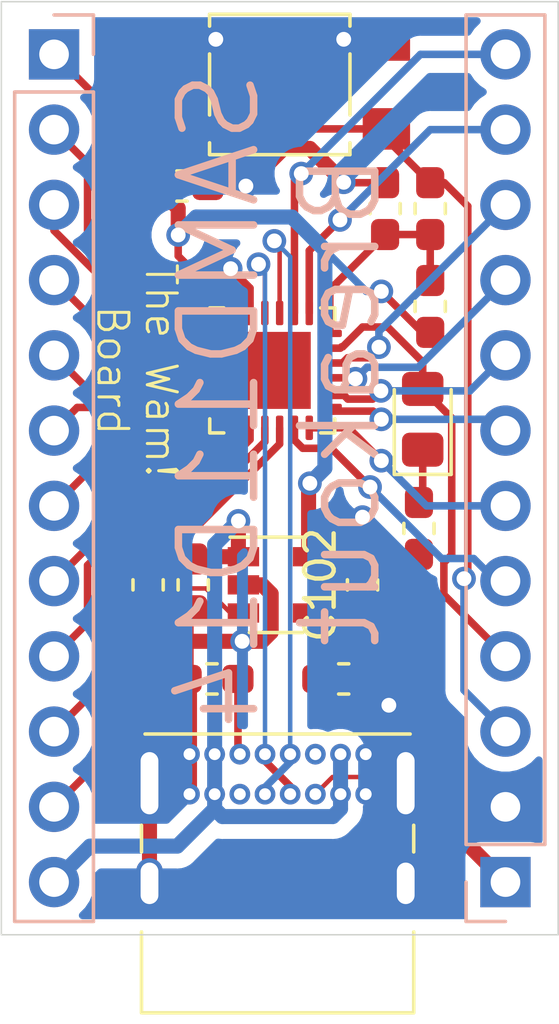
<source format=kicad_pcb>
(kicad_pcb (version 20171130) (host pcbnew 5.1.6+dfsg1-1~bpo10+1)

  (general
    (thickness 1.6)
    (drawings 6)
    (tracks 227)
    (zones 0)
    (modules 17)
    (nets 31)
  )

  (page A4)
  (title_block
    (title "SAMD11D14 Breakout with USB-C")
    (date 2020-06-18)
    (rev A)
    (company DNBDMR)
  )

  (layers
    (0 F.Cu signal)
    (31 B.Cu signal)
    (32 B.Adhes user hide)
    (33 F.Adhes user hide)
    (34 B.Paste user hide)
    (35 F.Paste user hide)
    (36 B.SilkS user)
    (37 F.SilkS user)
    (38 B.Mask user)
    (39 F.Mask user hide)
    (40 Dwgs.User user)
    (41 Cmts.User user)
    (42 Eco1.User user)
    (43 Eco2.User user)
    (44 Edge.Cuts user)
    (45 Margin user)
    (46 B.CrtYd user)
    (47 F.CrtYd user)
    (48 B.Fab user hide)
    (49 F.Fab user hide)
  )

  (setup
    (last_trace_width 0.1524)
    (user_trace_width 0.254)
    (user_trace_width 0.508)
    (trace_clearance 0.1524)
    (zone_clearance 0.5)
    (zone_45_only no)
    (trace_min 0.1524)
    (via_size 0.8)
    (via_drill 0.5)
    (via_min_size 0.45)
    (via_min_drill 0.254)
    (uvia_size 0.3)
    (uvia_drill 0.1)
    (uvias_allowed no)
    (uvia_min_size 0.2)
    (uvia_min_drill 0.1)
    (edge_width 0.05)
    (segment_width 0.2)
    (pcb_text_width 0.3)
    (pcb_text_size 1.5 1.5)
    (mod_edge_width 0.12)
    (mod_text_size 1 1)
    (mod_text_width 0.15)
    (pad_size 1.524 1.524)
    (pad_drill 0.762)
    (pad_to_mask_clearance 0.0508)
    (aux_axis_origin 0 0)
    (visible_elements FFFFFF7F)
    (pcbplotparams
      (layerselection 0x010fc_ffffffff)
      (usegerberextensions false)
      (usegerberattributes true)
      (usegerberadvancedattributes true)
      (creategerberjobfile true)
      (excludeedgelayer true)
      (linewidth 0.100000)
      (plotframeref false)
      (viasonmask false)
      (mode 1)
      (useauxorigin false)
      (hpglpennumber 1)
      (hpglpenspeed 20)
      (hpglpendiameter 15.000000)
      (psnegative false)
      (psa4output false)
      (plotreference true)
      (plotvalue false)
      (plotinvisibletext false)
      (padsonsilk false)
      (subtractmaskfromsilk false)
      (outputformat 1)
      (mirror false)
      (drillshape 0)
      (scaleselection 1)
      (outputdirectory "plot/"))
  )

  (net 0 "")
  (net 1 GND)
  (net 2 +5V)
  (net 3 +3V3)
  (net 4 "Net-(C104-Pad1)")
  (net 5 /PA27)
  (net 6 "Net-(D101-Pad1)")
  (net 7 /D+)
  (net 8 "Net-(J101-PadB5)")
  (net 9 /D-)
  (net 10 "Net-(J101-PadA5)")
  (net 11 /EN)
  (net 12 /PA11)
  (net 13 /PA10)
  (net 14 /PA09)
  (net 15 /PA08)
  (net 16 /PA07)
  (net 17 /PA06)
  (net 18 /PA05)
  (net 19 /PA04)
  (net 20 /PA03)
  (net 21 /PA02)
  (net 22 /~RESET)
  (net 23 /PA31)
  (net 24 /PA30)
  (net 25 /PA23)
  (net 26 /PA22)
  (net 27 /PA17)
  (net 28 /PA16)
  (net 29 /PA15)
  (net 30 /PA14)

  (net_class Default "This is the default net class."
    (clearance 0.1524)
    (trace_width 0.1524)
    (via_dia 0.8)
    (via_drill 0.5)
    (uvia_dia 0.3)
    (uvia_drill 0.1)
    (diff_pair_width 0.1524)
    (diff_pair_gap 0.1524)
    (add_net +3V3)
    (add_net +5V)
    (add_net /D+)
    (add_net /D-)
    (add_net /EN)
    (add_net /PA02)
    (add_net /PA03)
    (add_net /PA04)
    (add_net /PA05)
    (add_net /PA06)
    (add_net /PA07)
    (add_net /PA08)
    (add_net /PA09)
    (add_net /PA10)
    (add_net /PA11)
    (add_net /PA14)
    (add_net /PA15)
    (add_net /PA16)
    (add_net /PA17)
    (add_net /PA22)
    (add_net /PA23)
    (add_net /PA27)
    (add_net /PA30)
    (add_net /PA31)
    (add_net /~RESET)
    (add_net GND)
    (add_net "Net-(C104-Pad1)")
    (add_net "Net-(D101-Pad1)")
    (add_net "Net-(J101-PadA5)")
    (add_net "Net-(J101-PadA8)")
    (add_net "Net-(J101-PadB5)")
    (add_net "Net-(J101-PadB8)")
    (add_net "Net-(U101-Pad4)")
  )

  (net_class Power ""
    (clearance 0.254)
    (trace_width 0.508)
    (via_dia 1)
    (via_drill 0.4)
    (uvia_dia 0.3)
    (uvia_drill 0.1)
  )

  (module Capacitor_SMD:C_0603_1608Metric_Pad1.05x0.95mm_HandSolder (layer F.Cu) (tedit 5B301BBE) (tstamp 5EE2BF04)
    (at 119.634 111.887 90)
    (descr "Capacitor SMD 0603 (1608 Metric), square (rectangular) end terminal, IPC_7351 nominal with elongated pad for handsoldering. (Body size source: http://www.tortai-tech.com/upload/download/2011102023233369053.pdf), generated with kicad-footprint-generator")
    (tags "capacitor handsolder")
    (path /5F024406)
    (attr smd)
    (fp_text reference C102 (at 0 -1.43 90) (layer F.SilkS)
      (effects (font (size 1 1) (thickness 0.15)))
    )
    (fp_text value 4.7u (at 0 1.43 90) (layer F.Fab)
      (effects (font (size 1 1) (thickness 0.15)))
    )
    (fp_text user %R (at 0 0 90) (layer F.Fab)
      (effects (font (size 0.4 0.4) (thickness 0.06)))
    )
    (fp_line (start -0.8 0.4) (end -0.8 -0.4) (layer F.Fab) (width 0.1))
    (fp_line (start -0.8 -0.4) (end 0.8 -0.4) (layer F.Fab) (width 0.1))
    (fp_line (start 0.8 -0.4) (end 0.8 0.4) (layer F.Fab) (width 0.1))
    (fp_line (start 0.8 0.4) (end -0.8 0.4) (layer F.Fab) (width 0.1))
    (fp_line (start -0.171267 -0.51) (end 0.171267 -0.51) (layer F.SilkS) (width 0.12))
    (fp_line (start -0.171267 0.51) (end 0.171267 0.51) (layer F.SilkS) (width 0.12))
    (fp_line (start -1.65 0.73) (end -1.65 -0.73) (layer F.CrtYd) (width 0.05))
    (fp_line (start -1.65 -0.73) (end 1.65 -0.73) (layer F.CrtYd) (width 0.05))
    (fp_line (start 1.65 -0.73) (end 1.65 0.73) (layer F.CrtYd) (width 0.05))
    (fp_line (start 1.65 0.73) (end -1.65 0.73) (layer F.CrtYd) (width 0.05))
    (pad 2 smd roundrect (at 0.875 0 90) (size 1.05 0.95) (layers F.Cu F.Paste F.Mask) (roundrect_rratio 0.25)
      (net 1 GND))
    (pad 1 smd roundrect (at -0.875 0 90) (size 1.05 0.95) (layers F.Cu F.Paste F.Mask) (roundrect_rratio 0.25)
      (net 3 +3V3))
    (model ${KISYS3DMOD}/Capacitor_SMD.3dshapes/C_0603_1608Metric.wrl
      (at (xyz 0 0 0))
      (scale (xyz 1 1 1))
      (rotate (xyz 0 0 0))
    )
  )

  (module Package_DFN_QFN:QFN-24-1EP_4x4mm_P0.5mm_EP2.6x2.6mm (layer F.Cu) (tedit 5DC5F6A3) (tstamp 5EE2C079)
    (at 116.586 104.648)
    (descr "QFN, 24 Pin (http://ww1.microchip.com/downloads/en/PackagingSpec/00000049BQ.pdf#page=278), generated with kicad-footprint-generator ipc_noLead_generator.py")
    (tags "QFN NoLead")
    (path /5F02972E)
    (attr smd)
    (fp_text reference U102 (at 0 -3.3) (layer F.SilkS) hide
      (effects (font (size 1 1) (thickness 0.15)))
    )
    (fp_text value ATSAMD11D14A-M (at 0 3.3) (layer F.Fab)
      (effects (font (size 1 1) (thickness 0.15)))
    )
    (fp_line (start 2.6 -2.6) (end -2.6 -2.6) (layer F.CrtYd) (width 0.05))
    (fp_line (start 2.6 2.6) (end 2.6 -2.6) (layer F.CrtYd) (width 0.05))
    (fp_line (start -2.6 2.6) (end 2.6 2.6) (layer F.CrtYd) (width 0.05))
    (fp_line (start -2.6 -2.6) (end -2.6 2.6) (layer F.CrtYd) (width 0.05))
    (fp_line (start -2 -1) (end -1 -2) (layer F.Fab) (width 0.1))
    (fp_line (start -2 2) (end -2 -1) (layer F.Fab) (width 0.1))
    (fp_line (start 2 2) (end -2 2) (layer F.Fab) (width 0.1))
    (fp_line (start 2 -2) (end 2 2) (layer F.Fab) (width 0.1))
    (fp_line (start -1 -2) (end 2 -2) (layer F.Fab) (width 0.1))
    (fp_line (start -1.635 -2.11) (end -2.11 -2.11) (layer F.SilkS) (width 0.12))
    (fp_line (start 2.11 2.11) (end 2.11 1.635) (layer F.SilkS) (width 0.12))
    (fp_line (start 1.635 2.11) (end 2.11 2.11) (layer F.SilkS) (width 0.12))
    (fp_line (start -2.11 2.11) (end -2.11 1.635) (layer F.SilkS) (width 0.12))
    (fp_line (start -1.635 2.11) (end -2.11 2.11) (layer F.SilkS) (width 0.12))
    (fp_line (start 2.11 -2.11) (end 2.11 -1.635) (layer F.SilkS) (width 0.12))
    (fp_line (start 1.635 -2.11) (end 2.11 -2.11) (layer F.SilkS) (width 0.12))
    (fp_text user %R (at 0 0) (layer F.Fab)
      (effects (font (size 1 1) (thickness 0.15)))
    )
    (pad "" smd roundrect (at 0.65 0.65) (size 1.05 1.05) (layers F.Paste) (roundrect_rratio 0.238095))
    (pad "" smd roundrect (at 0.65 -0.65) (size 1.05 1.05) (layers F.Paste) (roundrect_rratio 0.238095))
    (pad "" smd roundrect (at -0.65 0.65) (size 1.05 1.05) (layers F.Paste) (roundrect_rratio 0.238095))
    (pad "" smd roundrect (at -0.65 -0.65) (size 1.05 1.05) (layers F.Paste) (roundrect_rratio 0.238095))
    (pad 25 smd rect (at 0 0) (size 2.6 2.6) (layers F.Cu F.Mask))
    (pad 24 smd roundrect (at -1.25 -1.9375) (size 0.25 0.825) (layers F.Cu F.Paste F.Mask) (roundrect_rratio 0.25)
      (net 3 +3V3))
    (pad 23 smd roundrect (at -0.75 -1.9375) (size 0.25 0.825) (layers F.Cu F.Paste F.Mask) (roundrect_rratio 0.25)
      (net 1 GND))
    (pad 22 smd roundrect (at -0.25 -1.9375) (size 0.25 0.825) (layers F.Cu F.Paste F.Mask) (roundrect_rratio 0.25)
      (net 7 /D+))
    (pad 21 smd roundrect (at 0.25 -1.9375) (size 0.25 0.825) (layers F.Cu F.Paste F.Mask) (roundrect_rratio 0.25)
      (net 9 /D-))
    (pad 20 smd roundrect (at 0.75 -1.9375) (size 0.25 0.825) (layers F.Cu F.Paste F.Mask) (roundrect_rratio 0.25)
      (net 23 /PA31))
    (pad 19 smd roundrect (at 1.25 -1.9375) (size 0.25 0.825) (layers F.Cu F.Paste F.Mask) (roundrect_rratio 0.25)
      (net 24 /PA30))
    (pad 18 smd roundrect (at 1.9375 -1.25) (size 0.825 0.25) (layers F.Cu F.Paste F.Mask) (roundrect_rratio 0.25)
      (net 4 "Net-(C104-Pad1)"))
    (pad 17 smd roundrect (at 1.9375 -0.75) (size 0.825 0.25) (layers F.Cu F.Paste F.Mask) (roundrect_rratio 0.25)
      (net 5 /PA27))
    (pad 16 smd roundrect (at 1.9375 -0.25) (size 0.825 0.25) (layers F.Cu F.Paste F.Mask) (roundrect_rratio 0.25)
      (net 25 /PA23))
    (pad 15 smd roundrect (at 1.9375 0.25) (size 0.825 0.25) (layers F.Cu F.Paste F.Mask) (roundrect_rratio 0.25)
      (net 26 /PA22))
    (pad 14 smd roundrect (at 1.9375 0.75) (size 0.825 0.25) (layers F.Cu F.Paste F.Mask) (roundrect_rratio 0.25)
      (net 27 /PA17))
    (pad 13 smd roundrect (at 1.9375 1.25) (size 0.825 0.25) (layers F.Cu F.Paste F.Mask) (roundrect_rratio 0.25)
      (net 28 /PA16))
    (pad 12 smd roundrect (at 1.25 1.9375) (size 0.25 0.825) (layers F.Cu F.Paste F.Mask) (roundrect_rratio 0.25)
      (net 29 /PA15))
    (pad 11 smd roundrect (at 0.75 1.9375) (size 0.25 0.825) (layers F.Cu F.Paste F.Mask) (roundrect_rratio 0.25)
      (net 30 /PA14))
    (pad 10 smd roundrect (at 0.25 1.9375) (size 0.25 0.825) (layers F.Cu F.Paste F.Mask) (roundrect_rratio 0.25)
      (net 12 /PA11))
    (pad 9 smd roundrect (at -0.25 1.9375) (size 0.25 0.825) (layers F.Cu F.Paste F.Mask) (roundrect_rratio 0.25)
      (net 13 /PA10))
    (pad 8 smd roundrect (at -0.75 1.9375) (size 0.25 0.825) (layers F.Cu F.Paste F.Mask) (roundrect_rratio 0.25)
      (net 14 /PA09))
    (pad 7 smd roundrect (at -1.25 1.9375) (size 0.25 0.825) (layers F.Cu F.Paste F.Mask) (roundrect_rratio 0.25)
      (net 15 /PA08))
    (pad 6 smd roundrect (at -1.9375 1.25) (size 0.825 0.25) (layers F.Cu F.Paste F.Mask) (roundrect_rratio 0.25)
      (net 16 /PA07))
    (pad 5 smd roundrect (at -1.9375 0.75) (size 0.825 0.25) (layers F.Cu F.Paste F.Mask) (roundrect_rratio 0.25)
      (net 17 /PA06))
    (pad 4 smd roundrect (at -1.9375 0.25) (size 0.825 0.25) (layers F.Cu F.Paste F.Mask) (roundrect_rratio 0.25)
      (net 18 /PA05))
    (pad 3 smd roundrect (at -1.9375 -0.25) (size 0.825 0.25) (layers F.Cu F.Paste F.Mask) (roundrect_rratio 0.25)
      (net 19 /PA04))
    (pad 2 smd roundrect (at -1.9375 -0.75) (size 0.825 0.25) (layers F.Cu F.Paste F.Mask) (roundrect_rratio 0.25)
      (net 20 /PA03))
    (pad 1 smd roundrect (at -1.9375 -1.25) (size 0.825 0.25) (layers F.Cu F.Paste F.Mask) (roundrect_rratio 0.25)
      (net 21 /PA02))
    (model ${KISYS3DMOD}/Package_DFN_QFN.3dshapes/QFN-24-1EP_4x4mm_P0.5mm_EP2.6x2.6mm.wrl
      (at (xyz 0 0 0))
      (scale (xyz 1 1 1))
      (rotate (xyz 0 0 0))
    )
  )

  (module Package_TO_SOT_SMD:SOT-23-5 (layer F.Cu) (tedit 5A02FF57) (tstamp 5EE2C047)
    (at 116.713 111.887)
    (descr "5-pin SOT23 package")
    (tags SOT-23-5)
    (path /5F023B6D)
    (attr smd)
    (fp_text reference U101 (at 0 -2.54) (layer F.SilkS) hide
      (effects (font (size 1 1) (thickness 0.15)))
    )
    (fp_text value AP2127K-3.3 (at 0 2.9) (layer F.Fab)
      (effects (font (size 1 1) (thickness 0.15)))
    )
    (fp_line (start 0.9 -1.55) (end 0.9 1.55) (layer F.Fab) (width 0.1))
    (fp_line (start 0.9 1.55) (end -0.9 1.55) (layer F.Fab) (width 0.1))
    (fp_line (start -0.9 -0.9) (end -0.9 1.55) (layer F.Fab) (width 0.1))
    (fp_line (start 0.9 -1.55) (end -0.25 -1.55) (layer F.Fab) (width 0.1))
    (fp_line (start -0.9 -0.9) (end -0.25 -1.55) (layer F.Fab) (width 0.1))
    (fp_line (start -1.9 1.8) (end -1.9 -1.8) (layer F.CrtYd) (width 0.05))
    (fp_line (start 1.9 1.8) (end -1.9 1.8) (layer F.CrtYd) (width 0.05))
    (fp_line (start 1.9 -1.8) (end 1.9 1.8) (layer F.CrtYd) (width 0.05))
    (fp_line (start -1.9 -1.8) (end 1.9 -1.8) (layer F.CrtYd) (width 0.05))
    (fp_line (start 0.9 -1.61) (end -1.55 -1.61) (layer F.SilkS) (width 0.12))
    (fp_line (start -0.9 1.61) (end 0.9 1.61) (layer F.SilkS) (width 0.12))
    (fp_text user %R (at 0 0 90) (layer F.Fab)
      (effects (font (size 0.5 0.5) (thickness 0.075)))
    )
    (pad 5 smd rect (at 1.1 -0.95) (size 1.06 0.65) (layers F.Cu F.Paste F.Mask)
      (net 3 +3V3))
    (pad 4 smd rect (at 1.1 0.95) (size 1.06 0.65) (layers F.Cu F.Paste F.Mask))
    (pad 3 smd rect (at -1.1 0.95) (size 1.06 0.65) (layers F.Cu F.Paste F.Mask)
      (net 11 /EN))
    (pad 2 smd rect (at -1.1 0) (size 1.06 0.65) (layers F.Cu F.Paste F.Mask)
      (net 1 GND))
    (pad 1 smd rect (at -1.1 -0.95) (size 1.06 0.65) (layers F.Cu F.Paste F.Mask)
      (net 2 +5V))
    (model ${KISYS3DMOD}/Package_TO_SOT_SMD.3dshapes/SOT-23-5.wrl
      (at (xyz 0 0 0))
      (scale (xyz 1 1 1))
      (rotate (xyz 0 0 0))
    )
  )

  (module Button_Switch_SMD:SW_SPST_TL3305A (layer F.Cu) (tedit 5ABC3A97) (tstamp 5EE2C032)
    (at 116.84 94.996 180)
    (descr https://www.e-switch.com/system/asset/product_line/data_sheet/213/TL3305.pdf)
    (tags "TL3305 Series Tact Switch")
    (path /5EE70493)
    (attr smd)
    (fp_text reference SW101 (at 0 -3.2) (layer F.SilkS) hide
      (effects (font (size 1 1) (thickness 0.15)))
    )
    (fp_text value SW_Push (at 0 3.2) (layer F.Fab)
      (effects (font (size 1 1) (thickness 0.15)))
    )
    (fp_line (start -4.65 -2.5) (end 4.65 -2.5) (layer F.CrtYd) (width 0.05))
    (fp_line (start -4.65 2.5) (end -4.65 -2.5) (layer F.CrtYd) (width 0.05))
    (fp_line (start 4.65 2.5) (end -4.65 2.5) (layer F.CrtYd) (width 0.05))
    (fp_line (start 4.65 -2.5) (end 4.65 2.5) (layer F.CrtYd) (width 0.05))
    (fp_line (start -2.37 1.03) (end -2.37 -1.03) (layer F.SilkS) (width 0.12))
    (fp_line (start 2.37 1.03) (end 2.37 -1.03) (layer F.SilkS) (width 0.12))
    (fp_line (start 2.37 2.37) (end 2.37 1.97) (layer F.SilkS) (width 0.12))
    (fp_line (start -2.37 2.37) (end 2.37 2.37) (layer F.SilkS) (width 0.12))
    (fp_line (start -2.37 2.37) (end -2.37 1.97) (layer F.SilkS) (width 0.12))
    (fp_line (start 2.37 -2.37) (end 2.37 -1.97) (layer F.SilkS) (width 0.12))
    (fp_line (start -2.37 -2.37) (end -2.37 -1.97) (layer F.SilkS) (width 0.12))
    (fp_line (start -2.37 -2.37) (end 2.37 -2.37) (layer F.SilkS) (width 0.12))
    (fp_line (start -2.25 -2.25) (end 2.25 -2.25) (layer F.Fab) (width 0.1))
    (fp_line (start 2.25 -2.25) (end 2.25 2.25) (layer F.Fab) (width 0.1))
    (fp_line (start 2.25 2.25) (end -2.25 2.25) (layer F.Fab) (width 0.1))
    (fp_line (start -2.25 2.25) (end -2.25 -2.25) (layer F.Fab) (width 0.1))
    (fp_circle (center 0 0) (end 1.25 0) (layer F.Fab) (width 0.1))
    (fp_line (start 2.25 -1.15) (end 3.75 -1.15) (layer F.Fab) (width 0.1))
    (fp_line (start 3.75 -1.15) (end 3.75 -1.85) (layer F.Fab) (width 0.1))
    (fp_line (start 3.75 -1.85) (end 2.25 -1.85) (layer F.Fab) (width 0.1))
    (fp_line (start 2.25 1.15) (end 3.75 1.15) (layer F.Fab) (width 0.1))
    (fp_line (start 3.75 1.15) (end 3.75 1.85) (layer F.Fab) (width 0.1))
    (fp_line (start 3.75 1.85) (end 2.25 1.85) (layer F.Fab) (width 0.1))
    (fp_line (start -2.25 -1.85) (end -3.75 -1.85) (layer F.Fab) (width 0.1))
    (fp_line (start -3.75 -1.85) (end -3.75 -1.15) (layer F.Fab) (width 0.1))
    (fp_line (start -3.75 -1.15) (end -2.25 -1.15) (layer F.Fab) (width 0.1))
    (fp_line (start -2.25 1.15) (end -3.75 1.15) (layer F.Fab) (width 0.1))
    (fp_line (start -3.75 1.15) (end -3.75 1.85) (layer F.Fab) (width 0.1))
    (fp_line (start -3.75 1.85) (end -2.25 1.85) (layer F.Fab) (width 0.1))
    (fp_line (start 3 -1.85) (end 3 -1.15) (layer F.Fab) (width 0.1))
    (fp_line (start 3 1.15) (end 3 1.85) (layer F.Fab) (width 0.1))
    (fp_line (start -3 -1.85) (end -3 -1.15) (layer F.Fab) (width 0.1))
    (fp_line (start -3 1.15) (end -3 1.85) (layer F.Fab) (width 0.1))
    (fp_text user %R (at 0 0) (layer F.Fab)
      (effects (font (size 0.5 0.5) (thickness 0.075)))
    )
    (pad 2 smd rect (at -3.6 1.5 180) (size 1.6 1.4) (layers F.Cu F.Paste F.Mask)
      (net 1 GND))
    (pad 2 smd rect (at 3.6 1.5 180) (size 1.6 1.4) (layers F.Cu F.Paste F.Mask)
      (net 1 GND))
    (pad 1 smd rect (at -3.6 -1.5 180) (size 1.6 1.4) (layers F.Cu F.Paste F.Mask)
      (net 22 /~RESET))
    (pad 1 smd rect (at 3.6 -1.5 180) (size 1.6 1.4) (layers F.Cu F.Paste F.Mask)
      (net 22 /~RESET))
    (model ${KISYS3DMOD}/Button_Switch_SMD.3dshapes/SW_SPST_TL3305A.wrl
      (at (xyz 0 0 0))
      (scale (xyz 1 1 1))
      (rotate (xyz 0 0 0))
    )
  )

  (module Resistor_SMD:R_0603_1608Metric_Pad1.05x0.95mm_HandSolder (layer F.Cu) (tedit 5B301BBD) (tstamp 5EE2C008)
    (at 121.539 109.982 270)
    (descr "Resistor SMD 0603 (1608 Metric), square (rectangular) end terminal, IPC_7351 nominal with elongated pad for handsoldering. (Body size source: http://www.tortai-tech.com/upload/download/2011102023233369053.pdf), generated with kicad-footprint-generator")
    (tags "resistor handsolder")
    (path /5EE58C67)
    (attr smd)
    (fp_text reference R106 (at 0 -1.43 90) (layer F.SilkS) hide
      (effects (font (size 1 1) (thickness 0.15)))
    )
    (fp_text value 330 (at 0 1.43 90) (layer F.Fab)
      (effects (font (size 1 1) (thickness 0.15)))
    )
    (fp_line (start 1.65 0.73) (end -1.65 0.73) (layer F.CrtYd) (width 0.05))
    (fp_line (start 1.65 -0.73) (end 1.65 0.73) (layer F.CrtYd) (width 0.05))
    (fp_line (start -1.65 -0.73) (end 1.65 -0.73) (layer F.CrtYd) (width 0.05))
    (fp_line (start -1.65 0.73) (end -1.65 -0.73) (layer F.CrtYd) (width 0.05))
    (fp_line (start -0.171267 0.51) (end 0.171267 0.51) (layer F.SilkS) (width 0.12))
    (fp_line (start -0.171267 -0.51) (end 0.171267 -0.51) (layer F.SilkS) (width 0.12))
    (fp_line (start 0.8 0.4) (end -0.8 0.4) (layer F.Fab) (width 0.1))
    (fp_line (start 0.8 -0.4) (end 0.8 0.4) (layer F.Fab) (width 0.1))
    (fp_line (start -0.8 -0.4) (end 0.8 -0.4) (layer F.Fab) (width 0.1))
    (fp_line (start -0.8 0.4) (end -0.8 -0.4) (layer F.Fab) (width 0.1))
    (fp_text user %R (at 0 0 90) (layer F.Fab)
      (effects (font (size 0.4 0.4) (thickness 0.06)))
    )
    (pad 2 smd roundrect (at 0.875 0 270) (size 1.05 0.95) (layers F.Cu F.Paste F.Mask) (roundrect_rratio 0.25)
      (net 3 +3V3))
    (pad 1 smd roundrect (at -0.875 0 270) (size 1.05 0.95) (layers F.Cu F.Paste F.Mask) (roundrect_rratio 0.25)
      (net 6 "Net-(D101-Pad1)"))
    (model ${KISYS3DMOD}/Resistor_SMD.3dshapes/R_0603_1608Metric.wrl
      (at (xyz 0 0 0))
      (scale (xyz 1 1 1))
      (rotate (xyz 0 0 0))
    )
  )

  (module Resistor_SMD:R_0603_1608Metric_Pad1.05x0.95mm_HandSolder (layer F.Cu) (tedit 5B301BBD) (tstamp 5EE2C60E)
    (at 121.92 99.187 90)
    (descr "Resistor SMD 0603 (1608 Metric), square (rectangular) end terminal, IPC_7351 nominal with elongated pad for handsoldering. (Body size source: http://www.tortai-tech.com/upload/download/2011102023233369053.pdf), generated with kicad-footprint-generator")
    (tags "resistor handsolder")
    (path /5F07B37A)
    (attr smd)
    (fp_text reference R105 (at 0 -1.43 90) (layer F.SilkS) hide
      (effects (font (size 1 1) (thickness 0.15)))
    )
    (fp_text value 330 (at 0 1.43 90) (layer F.Fab)
      (effects (font (size 1 1) (thickness 0.15)))
    )
    (fp_line (start 1.65 0.73) (end -1.65 0.73) (layer F.CrtYd) (width 0.05))
    (fp_line (start 1.65 -0.73) (end 1.65 0.73) (layer F.CrtYd) (width 0.05))
    (fp_line (start -1.65 -0.73) (end 1.65 -0.73) (layer F.CrtYd) (width 0.05))
    (fp_line (start -1.65 0.73) (end -1.65 -0.73) (layer F.CrtYd) (width 0.05))
    (fp_line (start -0.171267 0.51) (end 0.171267 0.51) (layer F.SilkS) (width 0.12))
    (fp_line (start -0.171267 -0.51) (end 0.171267 -0.51) (layer F.SilkS) (width 0.12))
    (fp_line (start 0.8 0.4) (end -0.8 0.4) (layer F.Fab) (width 0.1))
    (fp_line (start 0.8 -0.4) (end 0.8 0.4) (layer F.Fab) (width 0.1))
    (fp_line (start -0.8 -0.4) (end 0.8 -0.4) (layer F.Fab) (width 0.1))
    (fp_line (start -0.8 0.4) (end -0.8 -0.4) (layer F.Fab) (width 0.1))
    (fp_text user %R (at 0 0 90) (layer F.Fab)
      (effects (font (size 0.4 0.4) (thickness 0.06)))
    )
    (pad 2 smd roundrect (at 0.875 0 90) (size 1.05 0.95) (layers F.Cu F.Paste F.Mask) (roundrect_rratio 0.25)
      (net 22 /~RESET))
    (pad 1 smd roundrect (at -0.875 0 90) (size 1.05 0.95) (layers F.Cu F.Paste F.Mask) (roundrect_rratio 0.25)
      (net 4 "Net-(C104-Pad1)"))
    (model ${KISYS3DMOD}/Resistor_SMD.3dshapes/R_0603_1608Metric.wrl
      (at (xyz 0 0 0))
      (scale (xyz 1 1 1))
      (rotate (xyz 0 0 0))
    )
  )

  (module Resistor_SMD:R_0603_1608Metric_Pad1.05x0.95mm_HandSolder (layer F.Cu) (tedit 5B301BBD) (tstamp 5EE2BFE6)
    (at 121.92 102.489 90)
    (descr "Resistor SMD 0603 (1608 Metric), square (rectangular) end terminal, IPC_7351 nominal with elongated pad for handsoldering. (Body size source: http://www.tortai-tech.com/upload/download/2011102023233369053.pdf), generated with kicad-footprint-generator")
    (tags "resistor handsolder")
    (path /5F078A0C)
    (attr smd)
    (fp_text reference R104 (at 0 -1.43 90) (layer F.SilkS) hide
      (effects (font (size 1 1) (thickness 0.15)))
    )
    (fp_text value 4.7k (at 0 1.43 90) (layer F.Fab)
      (effects (font (size 1 1) (thickness 0.15)))
    )
    (fp_line (start 1.65 0.73) (end -1.65 0.73) (layer F.CrtYd) (width 0.05))
    (fp_line (start 1.65 -0.73) (end 1.65 0.73) (layer F.CrtYd) (width 0.05))
    (fp_line (start -1.65 -0.73) (end 1.65 -0.73) (layer F.CrtYd) (width 0.05))
    (fp_line (start -1.65 0.73) (end -1.65 -0.73) (layer F.CrtYd) (width 0.05))
    (fp_line (start -0.171267 0.51) (end 0.171267 0.51) (layer F.SilkS) (width 0.12))
    (fp_line (start -0.171267 -0.51) (end 0.171267 -0.51) (layer F.SilkS) (width 0.12))
    (fp_line (start 0.8 0.4) (end -0.8 0.4) (layer F.Fab) (width 0.1))
    (fp_line (start 0.8 -0.4) (end 0.8 0.4) (layer F.Fab) (width 0.1))
    (fp_line (start -0.8 -0.4) (end 0.8 -0.4) (layer F.Fab) (width 0.1))
    (fp_line (start -0.8 0.4) (end -0.8 -0.4) (layer F.Fab) (width 0.1))
    (fp_text user %R (at 0 0 90) (layer F.Fab)
      (effects (font (size 0.4 0.4) (thickness 0.06)))
    )
    (pad 2 smd roundrect (at 0.875 0 90) (size 1.05 0.95) (layers F.Cu F.Paste F.Mask) (roundrect_rratio 0.25)
      (net 4 "Net-(C104-Pad1)"))
    (pad 1 smd roundrect (at -0.875 0 90) (size 1.05 0.95) (layers F.Cu F.Paste F.Mask) (roundrect_rratio 0.25)
      (net 3 +3V3))
    (model ${KISYS3DMOD}/Resistor_SMD.3dshapes/R_0603_1608Metric.wrl
      (at (xyz 0 0 0))
      (scale (xyz 1 1 1))
      (rotate (xyz 0 0 0))
    )
  )

  (module Resistor_SMD:R_0603_1608Metric_Pad1.05x0.95mm_HandSolder (layer F.Cu) (tedit 5B301BBD) (tstamp 5EE2BFD5)
    (at 114.554 115.062 180)
    (descr "Resistor SMD 0603 (1608 Metric), square (rectangular) end terminal, IPC_7351 nominal with elongated pad for handsoldering. (Body size source: http://www.tortai-tech.com/upload/download/2011102023233369053.pdf), generated with kicad-footprint-generator")
    (tags "resistor handsolder")
    (path /5F04E48B)
    (attr smd)
    (fp_text reference R103 (at 0 1.397) (layer F.SilkS) hide
      (effects (font (size 1 1) (thickness 0.15)))
    )
    (fp_text value 4.7k (at 0 1.43) (layer F.Fab)
      (effects (font (size 1 1) (thickness 0.15)))
    )
    (fp_line (start 1.65 0.73) (end -1.65 0.73) (layer F.CrtYd) (width 0.05))
    (fp_line (start 1.65 -0.73) (end 1.65 0.73) (layer F.CrtYd) (width 0.05))
    (fp_line (start -1.65 -0.73) (end 1.65 -0.73) (layer F.CrtYd) (width 0.05))
    (fp_line (start -1.65 0.73) (end -1.65 -0.73) (layer F.CrtYd) (width 0.05))
    (fp_line (start -0.171267 0.51) (end 0.171267 0.51) (layer F.SilkS) (width 0.12))
    (fp_line (start -0.171267 -0.51) (end 0.171267 -0.51) (layer F.SilkS) (width 0.12))
    (fp_line (start 0.8 0.4) (end -0.8 0.4) (layer F.Fab) (width 0.1))
    (fp_line (start 0.8 -0.4) (end 0.8 0.4) (layer F.Fab) (width 0.1))
    (fp_line (start -0.8 -0.4) (end 0.8 -0.4) (layer F.Fab) (width 0.1))
    (fp_line (start -0.8 0.4) (end -0.8 -0.4) (layer F.Fab) (width 0.1))
    (fp_text user %R (at 0 0) (layer F.Fab)
      (effects (font (size 0.4 0.4) (thickness 0.06)))
    )
    (pad 2 smd roundrect (at 0.875 0 180) (size 1.05 0.95) (layers F.Cu F.Paste F.Mask) (roundrect_rratio 0.25)
      (net 1 GND))
    (pad 1 smd roundrect (at -0.875 0 180) (size 1.05 0.95) (layers F.Cu F.Paste F.Mask) (roundrect_rratio 0.25)
      (net 10 "Net-(J101-PadA5)"))
    (model ${KISYS3DMOD}/Resistor_SMD.3dshapes/R_0603_1608Metric.wrl
      (at (xyz 0 0 0))
      (scale (xyz 1 1 1))
      (rotate (xyz 0 0 0))
    )
  )

  (module Resistor_SMD:R_0603_1608Metric_Pad1.05x0.95mm_HandSolder (layer F.Cu) (tedit 5B301BBD) (tstamp 5EE2D7C4)
    (at 118.999 115.062)
    (descr "Resistor SMD 0603 (1608 Metric), square (rectangular) end terminal, IPC_7351 nominal with elongated pad for handsoldering. (Body size source: http://www.tortai-tech.com/upload/download/2011102023233369053.pdf), generated with kicad-footprint-generator")
    (tags "resistor handsolder")
    (path /5F04E8AB)
    (attr smd)
    (fp_text reference R102 (at 0 -1.43) (layer F.SilkS) hide
      (effects (font (size 1 1) (thickness 0.15)))
    )
    (fp_text value 4.7k (at 0 1.43) (layer F.Fab)
      (effects (font (size 1 1) (thickness 0.15)))
    )
    (fp_line (start 1.65 0.73) (end -1.65 0.73) (layer F.CrtYd) (width 0.05))
    (fp_line (start 1.65 -0.73) (end 1.65 0.73) (layer F.CrtYd) (width 0.05))
    (fp_line (start -1.65 -0.73) (end 1.65 -0.73) (layer F.CrtYd) (width 0.05))
    (fp_line (start -1.65 0.73) (end -1.65 -0.73) (layer F.CrtYd) (width 0.05))
    (fp_line (start -0.171267 0.51) (end 0.171267 0.51) (layer F.SilkS) (width 0.12))
    (fp_line (start -0.171267 -0.51) (end 0.171267 -0.51) (layer F.SilkS) (width 0.12))
    (fp_line (start 0.8 0.4) (end -0.8 0.4) (layer F.Fab) (width 0.1))
    (fp_line (start 0.8 -0.4) (end 0.8 0.4) (layer F.Fab) (width 0.1))
    (fp_line (start -0.8 -0.4) (end 0.8 -0.4) (layer F.Fab) (width 0.1))
    (fp_line (start -0.8 0.4) (end -0.8 -0.4) (layer F.Fab) (width 0.1))
    (fp_text user %R (at 0 0) (layer F.Fab)
      (effects (font (size 0.4 0.4) (thickness 0.06)))
    )
    (pad 2 smd roundrect (at 0.875 0) (size 1.05 0.95) (layers F.Cu F.Paste F.Mask) (roundrect_rratio 0.25)
      (net 1 GND))
    (pad 1 smd roundrect (at -0.875 0) (size 1.05 0.95) (layers F.Cu F.Paste F.Mask) (roundrect_rratio 0.25)
      (net 8 "Net-(J101-PadB5)"))
    (model ${KISYS3DMOD}/Resistor_SMD.3dshapes/R_0603_1608Metric.wrl
      (at (xyz 0 0 0))
      (scale (xyz 1 1 1))
      (rotate (xyz 0 0 0))
    )
  )

  (module Resistor_SMD:R_0603_1608Metric_Pad1.05x0.95mm_HandSolder (layer F.Cu) (tedit 5B301BBD) (tstamp 5EE2BFB3)
    (at 112.395 111.887 90)
    (descr "Resistor SMD 0603 (1608 Metric), square (rectangular) end terminal, IPC_7351 nominal with elongated pad for handsoldering. (Body size source: http://www.tortai-tech.com/upload/download/2011102023233369053.pdf), generated with kicad-footprint-generator")
    (tags "resistor handsolder")
    (path /5F02663B)
    (attr smd)
    (fp_text reference R101 (at 0 -1.43 90) (layer F.SilkS) hide
      (effects (font (size 1 1) (thickness 0.15)))
    )
    (fp_text value 100k (at 0 1.43 90) (layer F.Fab)
      (effects (font (size 1 1) (thickness 0.15)))
    )
    (fp_line (start 1.65 0.73) (end -1.65 0.73) (layer F.CrtYd) (width 0.05))
    (fp_line (start 1.65 -0.73) (end 1.65 0.73) (layer F.CrtYd) (width 0.05))
    (fp_line (start -1.65 -0.73) (end 1.65 -0.73) (layer F.CrtYd) (width 0.05))
    (fp_line (start -1.65 0.73) (end -1.65 -0.73) (layer F.CrtYd) (width 0.05))
    (fp_line (start -0.171267 0.51) (end 0.171267 0.51) (layer F.SilkS) (width 0.12))
    (fp_line (start -0.171267 -0.51) (end 0.171267 -0.51) (layer F.SilkS) (width 0.12))
    (fp_line (start 0.8 0.4) (end -0.8 0.4) (layer F.Fab) (width 0.1))
    (fp_line (start 0.8 -0.4) (end 0.8 0.4) (layer F.Fab) (width 0.1))
    (fp_line (start -0.8 -0.4) (end 0.8 -0.4) (layer F.Fab) (width 0.1))
    (fp_line (start -0.8 0.4) (end -0.8 -0.4) (layer F.Fab) (width 0.1))
    (fp_text user %R (at 0 0 90) (layer F.Fab)
      (effects (font (size 0.4 0.4) (thickness 0.06)))
    )
    (pad 2 smd roundrect (at 0.875 0 90) (size 1.05 0.95) (layers F.Cu F.Paste F.Mask) (roundrect_rratio 0.25)
      (net 2 +5V))
    (pad 1 smd roundrect (at -0.875 0 90) (size 1.05 0.95) (layers F.Cu F.Paste F.Mask) (roundrect_rratio 0.25)
      (net 11 /EN))
    (model ${KISYS3DMOD}/Resistor_SMD.3dshapes/R_0603_1608Metric.wrl
      (at (xyz 0 0 0))
      (scale (xyz 1 1 1))
      (rotate (xyz 0 0 0))
    )
  )

  (module Connector_PinHeader_2.54mm:PinHeader_1x12_P2.54mm_Vertical (layer B.Cu) (tedit 59FED5CC) (tstamp 5EE2BFA2)
    (at 124.46 121.92)
    (descr "Through hole straight pin header, 1x12, 2.54mm pitch, single row")
    (tags "Through hole pin header THT 1x12 2.54mm single row")
    (path /5EE29908)
    (fp_text reference J103 (at 0 2.33) (layer B.SilkS) hide
      (effects (font (size 1 1) (thickness 0.15)) (justify mirror))
    )
    (fp_text value Conn_01x12_Male (at 0 -30.27) (layer B.Fab)
      (effects (font (size 1 1) (thickness 0.15)) (justify mirror))
    )
    (fp_line (start 1.8 1.8) (end -1.8 1.8) (layer B.CrtYd) (width 0.05))
    (fp_line (start 1.8 -29.75) (end 1.8 1.8) (layer B.CrtYd) (width 0.05))
    (fp_line (start -1.8 -29.75) (end 1.8 -29.75) (layer B.CrtYd) (width 0.05))
    (fp_line (start -1.8 1.8) (end -1.8 -29.75) (layer B.CrtYd) (width 0.05))
    (fp_line (start -1.33 1.33) (end 0 1.33) (layer B.SilkS) (width 0.12))
    (fp_line (start -1.33 0) (end -1.33 1.33) (layer B.SilkS) (width 0.12))
    (fp_line (start -1.33 -1.27) (end 1.33 -1.27) (layer B.SilkS) (width 0.12))
    (fp_line (start 1.33 -1.27) (end 1.33 -29.27) (layer B.SilkS) (width 0.12))
    (fp_line (start -1.33 -1.27) (end -1.33 -29.27) (layer B.SilkS) (width 0.12))
    (fp_line (start -1.33 -29.27) (end 1.33 -29.27) (layer B.SilkS) (width 0.12))
    (fp_line (start -1.27 0.635) (end -0.635 1.27) (layer B.Fab) (width 0.1))
    (fp_line (start -1.27 -29.21) (end -1.27 0.635) (layer B.Fab) (width 0.1))
    (fp_line (start 1.27 -29.21) (end -1.27 -29.21) (layer B.Fab) (width 0.1))
    (fp_line (start 1.27 1.27) (end 1.27 -29.21) (layer B.Fab) (width 0.1))
    (fp_line (start -0.635 1.27) (end 1.27 1.27) (layer B.Fab) (width 0.1))
    (fp_text user %R (at 0 -13.97 -90) (layer B.Fab)
      (effects (font (size 1 1) (thickness 0.15)) (justify mirror))
    )
    (pad 12 thru_hole oval (at 0 -27.94) (size 1.7 1.7) (drill 1) (layers *.Cu *.Mask)
      (net 23 /PA31))
    (pad 11 thru_hole oval (at 0 -25.4) (size 1.7 1.7) (drill 1) (layers *.Cu *.Mask)
      (net 24 /PA30))
    (pad 10 thru_hole oval (at 0 -22.86) (size 1.7 1.7) (drill 1) (layers *.Cu *.Mask)
      (net 25 /PA23))
    (pad 9 thru_hole oval (at 0 -20.32) (size 1.7 1.7) (drill 1) (layers *.Cu *.Mask)
      (net 26 /PA22))
    (pad 8 thru_hole oval (at 0 -17.78) (size 1.7 1.7) (drill 1) (layers *.Cu *.Mask)
      (net 27 /PA17))
    (pad 7 thru_hole oval (at 0 -15.24) (size 1.7 1.7) (drill 1) (layers *.Cu *.Mask)
      (net 28 /PA16))
    (pad 6 thru_hole oval (at 0 -12.7) (size 1.7 1.7) (drill 1) (layers *.Cu *.Mask)
      (net 29 /PA15))
    (pad 5 thru_hole oval (at 0 -10.16) (size 1.7 1.7) (drill 1) (layers *.Cu *.Mask)
      (net 30 /PA14))
    (pad 4 thru_hole oval (at 0 -7.62) (size 1.7 1.7) (drill 1) (layers *.Cu *.Mask)
      (net 5 /PA27))
    (pad 3 thru_hole oval (at 0 -5.08) (size 1.7 1.7) (drill 1) (layers *.Cu *.Mask)
      (net 22 /~RESET))
    (pad 2 thru_hole oval (at 0 -2.54) (size 1.7 1.7) (drill 1) (layers *.Cu *.Mask)
      (net 1 GND))
    (pad 1 thru_hole rect (at 0 0) (size 1.7 1.7) (drill 1) (layers *.Cu *.Mask)
      (net 3 +3V3))
    (model ${KISYS3DMOD}/Connector_PinHeader_2.54mm.3dshapes/PinHeader_1x12_P2.54mm_Vertical.wrl
      (at (xyz 0 0 0))
      (scale (xyz 1 1 1))
      (rotate (xyz 0 0 0))
    )
  )

  (module Connector_PinHeader_2.54mm:PinHeader_1x12_P2.54mm_Vertical (layer B.Cu) (tedit 59FED5CC) (tstamp 5EE2BF82)
    (at 109.22 93.98 180)
    (descr "Through hole straight pin header, 1x12, 2.54mm pitch, single row")
    (tags "Through hole pin header THT 1x12 2.54mm single row")
    (path /5EE290E7)
    (fp_text reference J102 (at 0 2.33) (layer B.SilkS) hide
      (effects (font (size 1 1) (thickness 0.15)) (justify mirror))
    )
    (fp_text value Conn_01x12_Male (at 0 -30.27) (layer B.Fab)
      (effects (font (size 1 1) (thickness 0.15)) (justify mirror))
    )
    (fp_line (start 1.8 1.8) (end -1.8 1.8) (layer B.CrtYd) (width 0.05))
    (fp_line (start 1.8 -29.75) (end 1.8 1.8) (layer B.CrtYd) (width 0.05))
    (fp_line (start -1.8 -29.75) (end 1.8 -29.75) (layer B.CrtYd) (width 0.05))
    (fp_line (start -1.8 1.8) (end -1.8 -29.75) (layer B.CrtYd) (width 0.05))
    (fp_line (start -1.33 1.33) (end 0 1.33) (layer B.SilkS) (width 0.12))
    (fp_line (start -1.33 0) (end -1.33 1.33) (layer B.SilkS) (width 0.12))
    (fp_line (start -1.33 -1.27) (end 1.33 -1.27) (layer B.SilkS) (width 0.12))
    (fp_line (start 1.33 -1.27) (end 1.33 -29.27) (layer B.SilkS) (width 0.12))
    (fp_line (start -1.33 -1.27) (end -1.33 -29.27) (layer B.SilkS) (width 0.12))
    (fp_line (start -1.33 -29.27) (end 1.33 -29.27) (layer B.SilkS) (width 0.12))
    (fp_line (start -1.27 0.635) (end -0.635 1.27) (layer B.Fab) (width 0.1))
    (fp_line (start -1.27 -29.21) (end -1.27 0.635) (layer B.Fab) (width 0.1))
    (fp_line (start 1.27 -29.21) (end -1.27 -29.21) (layer B.Fab) (width 0.1))
    (fp_line (start 1.27 1.27) (end 1.27 -29.21) (layer B.Fab) (width 0.1))
    (fp_line (start -0.635 1.27) (end 1.27 1.27) (layer B.Fab) (width 0.1))
    (fp_text user %R (at 0 -13.97 270) (layer B.Fab)
      (effects (font (size 1 1) (thickness 0.15)) (justify mirror))
    )
    (pad 12 thru_hole oval (at 0 -27.94 180) (size 1.7 1.7) (drill 1) (layers *.Cu *.Mask)
      (net 2 +5V))
    (pad 11 thru_hole oval (at 0 -25.4 180) (size 1.7 1.7) (drill 1) (layers *.Cu *.Mask)
      (net 11 /EN))
    (pad 10 thru_hole oval (at 0 -22.86 180) (size 1.7 1.7) (drill 1) (layers *.Cu *.Mask)
      (net 12 /PA11))
    (pad 9 thru_hole oval (at 0 -20.32 180) (size 1.7 1.7) (drill 1) (layers *.Cu *.Mask)
      (net 13 /PA10))
    (pad 8 thru_hole oval (at 0 -17.78 180) (size 1.7 1.7) (drill 1) (layers *.Cu *.Mask)
      (net 14 /PA09))
    (pad 7 thru_hole oval (at 0 -15.24 180) (size 1.7 1.7) (drill 1) (layers *.Cu *.Mask)
      (net 15 /PA08))
    (pad 6 thru_hole oval (at 0 -12.7 180) (size 1.7 1.7) (drill 1) (layers *.Cu *.Mask)
      (net 16 /PA07))
    (pad 5 thru_hole oval (at 0 -10.16 180) (size 1.7 1.7) (drill 1) (layers *.Cu *.Mask)
      (net 17 /PA06))
    (pad 4 thru_hole oval (at 0 -7.62 180) (size 1.7 1.7) (drill 1) (layers *.Cu *.Mask)
      (net 18 /PA05))
    (pad 3 thru_hole oval (at 0 -5.08 180) (size 1.7 1.7) (drill 1) (layers *.Cu *.Mask)
      (net 19 /PA04))
    (pad 2 thru_hole oval (at 0 -2.54 180) (size 1.7 1.7) (drill 1) (layers *.Cu *.Mask)
      (net 20 /PA03))
    (pad 1 thru_hole rect (at 0 0 180) (size 1.7 1.7) (drill 1) (layers *.Cu *.Mask)
      (net 21 /PA02))
    (model ${KISYS3DMOD}/Connector_PinHeader_2.54mm.3dshapes/PinHeader_1x12_P2.54mm_Vertical.wrl
      (at (xyz 0 0 0))
      (scale (xyz 1 1 1))
      (rotate (xyz 0 0 0))
    )
  )

  (module Connector_USB:USB_C_Receptacle_GCT_USB4085 (layer F.Cu) (tedit 5BCCCD93) (tstamp 5EE2C47D)
    (at 113.792 117.602)
    (descr "USB 2.0 Type C Receptacle, https://gct.co/Files/Drawings/USB4085.pdf")
    (tags "USB Type-C Receptacle Through-hole Right angle")
    (path /5F022F01)
    (fp_text reference J101 (at 2.975 -1.8) (layer F.SilkS) hide
      (effects (font (size 1 1) (thickness 0.15)))
    )
    (fp_text value USB_C_Receptacle_USB2.0 (at 2.975 9.925) (layer F.Fab)
      (effects (font (size 1 1) (thickness 0.15)))
    )
    (fp_line (start -0.025 6.1) (end 5.975 6.1) (layer F.Fab) (width 0.1))
    (fp_line (start 8.25 -1.06) (end 8.25 9.11) (layer F.CrtYd) (width 0.05))
    (fp_line (start -2.3 -1.06) (end 8.25 -1.06) (layer F.CrtYd) (width 0.05))
    (fp_line (start -2.3 9.11) (end 8.25 9.11) (layer F.CrtYd) (width 0.05))
    (fp_line (start -2.3 -1.06) (end -2.3 9.11) (layer F.CrtYd) (width 0.05))
    (fp_line (start -1.62 2.4) (end -1.62 3.3) (layer F.SilkS) (width 0.12))
    (fp_line (start 7.57 2.4) (end 7.57 3.3) (layer F.SilkS) (width 0.12))
    (fp_line (start -1.62 6) (end -1.62 8.73) (layer F.SilkS) (width 0.12))
    (fp_line (start 7.57 6) (end 7.57 8.73) (layer F.SilkS) (width 0.12))
    (fp_line (start 7.45 -0.56) (end 7.45 8.61) (layer F.Fab) (width 0.1))
    (fp_line (start -1.5 -0.56) (end -1.5 8.61) (layer F.Fab) (width 0.1))
    (fp_line (start -1.5 -0.68) (end 7.45 -0.68) (layer F.SilkS) (width 0.12))
    (fp_line (start -1.62 8.73) (end 7.57 8.73) (layer F.SilkS) (width 0.12))
    (fp_line (start -1.5 8.61) (end 7.45 8.61) (layer F.Fab) (width 0.1))
    (fp_line (start -1.5 -0.56) (end 7.45 -0.56) (layer F.Fab) (width 0.1))
    (fp_text user %R (at 2.975 4.025) (layer F.Fab)
      (effects (font (size 1 1) (thickness 0.15)))
    )
    (fp_text user "PCB Edge" (at 2.975 6.1) (layer Dwgs.User)
      (effects (font (size 0.5 0.5) (thickness 0.1)))
    )
    (pad S1 thru_hole oval (at 7.3 4.36) (size 0.9 1.7) (drill oval 0.6 1.4) (layers *.Cu *.Mask)
      (net 1 GND))
    (pad S1 thru_hole oval (at -1.35 4.36) (size 0.9 1.7) (drill oval 0.6 1.4) (layers *.Cu *.Mask)
      (net 1 GND))
    (pad S1 thru_hole oval (at 7.3 0.98) (size 0.9 2.4) (drill oval 0.6 2.1) (layers *.Cu *.Mask)
      (net 1 GND))
    (pad S1 thru_hole oval (at -1.35 0.98) (size 0.9 2.4) (drill oval 0.6 2.1) (layers *.Cu *.Mask)
      (net 1 GND))
    (pad B6 thru_hole circle (at 3.4 1.35) (size 0.7 0.7) (drill 0.4) (layers *.Cu *.Mask)
      (net 7 /D+))
    (pad B1 thru_hole circle (at 5.95 1.35) (size 0.7 0.7) (drill 0.4) (layers *.Cu *.Mask)
      (net 1 GND))
    (pad B4 thru_hole circle (at 5.1 1.35) (size 0.7 0.7) (drill 0.4) (layers *.Cu *.Mask)
      (net 2 +5V))
    (pad B5 thru_hole circle (at 4.25 1.35) (size 0.7 0.7) (drill 0.4) (layers *.Cu *.Mask)
      (net 8 "Net-(J101-PadB5)"))
    (pad B12 thru_hole circle (at 0 1.35) (size 0.7 0.7) (drill 0.4) (layers *.Cu *.Mask)
      (net 1 GND))
    (pad B8 thru_hole circle (at 1.7 1.35) (size 0.7 0.7) (drill 0.4) (layers *.Cu *.Mask))
    (pad B7 thru_hole circle (at 2.55 1.35) (size 0.7 0.7) (drill 0.4) (layers *.Cu *.Mask)
      (net 9 /D-))
    (pad B9 thru_hole circle (at 0.85 1.35) (size 0.7 0.7) (drill 0.4) (layers *.Cu *.Mask)
      (net 2 +5V))
    (pad A12 thru_hole circle (at 5.95 0) (size 0.7 0.7) (drill 0.4) (layers *.Cu *.Mask)
      (net 1 GND))
    (pad A9 thru_hole circle (at 5.1 0) (size 0.7 0.7) (drill 0.4) (layers *.Cu *.Mask)
      (net 2 +5V))
    (pad A8 thru_hole circle (at 4.25 0) (size 0.7 0.7) (drill 0.4) (layers *.Cu *.Mask))
    (pad A7 thru_hole circle (at 3.4 0) (size 0.7 0.7) (drill 0.4) (layers *.Cu *.Mask)
      (net 9 /D-))
    (pad A6 thru_hole circle (at 2.55 0) (size 0.7 0.7) (drill 0.4) (layers *.Cu *.Mask)
      (net 7 /D+))
    (pad A5 thru_hole circle (at 1.7 0) (size 0.7 0.7) (drill 0.4) (layers *.Cu *.Mask)
      (net 10 "Net-(J101-PadA5)"))
    (pad A4 thru_hole circle (at 0.85 0) (size 0.7 0.7) (drill 0.4) (layers *.Cu *.Mask)
      (net 2 +5V))
    (pad A1 thru_hole circle (at 0 0) (size 0.7 0.7) (drill 0.4) (layers *.Cu *.Mask)
      (net 1 GND))
    (model ${KISYS3DMOD}/Connector_USB.3dshapes/USB_C_Receptacle_GCT_USB4085.wrl
      (at (xyz 0 0 0))
      (scale (xyz 1 1 1))
      (rotate (xyz 0 0 0))
    )
  )

  (module LED_SMD:LED_0805_2012Metric_Pad1.15x1.40mm_HandSolder (layer F.Cu) (tedit 5B4B45C9) (tstamp 5EE2BF39)
    (at 121.666 106.299 90)
    (descr "LED SMD 0805 (2012 Metric), square (rectangular) end terminal, IPC_7351 nominal, (Body size source: https://docs.google.com/spreadsheets/d/1BsfQQcO9C6DZCsRaXUlFlo91Tg2WpOkGARC1WS5S8t0/edit?usp=sharing), generated with kicad-footprint-generator")
    (tags "LED handsolder")
    (path /5EE586DB)
    (attr smd)
    (fp_text reference D101 (at 0 -1.65 90) (layer F.SilkS) hide
      (effects (font (size 1 1) (thickness 0.15)))
    )
    (fp_text value LED_Small (at 0 1.65 90) (layer F.Fab)
      (effects (font (size 1 1) (thickness 0.15)))
    )
    (fp_line (start 1.85 0.95) (end -1.85 0.95) (layer F.CrtYd) (width 0.05))
    (fp_line (start 1.85 -0.95) (end 1.85 0.95) (layer F.CrtYd) (width 0.05))
    (fp_line (start -1.85 -0.95) (end 1.85 -0.95) (layer F.CrtYd) (width 0.05))
    (fp_line (start -1.85 0.95) (end -1.85 -0.95) (layer F.CrtYd) (width 0.05))
    (fp_line (start -1.86 0.96) (end 1 0.96) (layer F.SilkS) (width 0.12))
    (fp_line (start -1.86 -0.96) (end -1.86 0.96) (layer F.SilkS) (width 0.12))
    (fp_line (start 1 -0.96) (end -1.86 -0.96) (layer F.SilkS) (width 0.12))
    (fp_line (start 1 0.6) (end 1 -0.6) (layer F.Fab) (width 0.1))
    (fp_line (start -1 0.6) (end 1 0.6) (layer F.Fab) (width 0.1))
    (fp_line (start -1 -0.3) (end -1 0.6) (layer F.Fab) (width 0.1))
    (fp_line (start -0.7 -0.6) (end -1 -0.3) (layer F.Fab) (width 0.1))
    (fp_line (start 1 -0.6) (end -0.7 -0.6) (layer F.Fab) (width 0.1))
    (fp_text user %R (at 0 0 90) (layer F.Fab)
      (effects (font (size 0.5 0.5) (thickness 0.08)))
    )
    (pad 2 smd roundrect (at 1.025 0 90) (size 1.15 1.4) (layers F.Cu F.Paste F.Mask) (roundrect_rratio 0.217391)
      (net 5 /PA27))
    (pad 1 smd roundrect (at -1.025 0 90) (size 1.15 1.4) (layers F.Cu F.Paste F.Mask) (roundrect_rratio 0.217391)
      (net 6 "Net-(D101-Pad1)"))
    (model ${KISYS3DMOD}/LED_SMD.3dshapes/LED_0805_2012Metric.wrl
      (at (xyz 0 0 0))
      (scale (xyz 1 1 1))
      (rotate (xyz 0 0 0))
    )
  )

  (module Capacitor_SMD:C_0603_1608Metric_Pad1.05x0.95mm_HandSolder (layer F.Cu) (tedit 5B301BBE) (tstamp 5EE2BF26)
    (at 120.396 99.187 90)
    (descr "Capacitor SMD 0603 (1608 Metric), square (rectangular) end terminal, IPC_7351 nominal with elongated pad for handsoldering. (Body size source: http://www.tortai-tech.com/upload/download/2011102023233369053.pdf), generated with kicad-footprint-generator")
    (tags "capacitor handsolder")
    (path /5F076EA7)
    (attr smd)
    (fp_text reference C104 (at 0 -1.43 90) (layer F.SilkS) hide
      (effects (font (size 1 1) (thickness 0.15)))
    )
    (fp_text value 100n (at 0 1.43 90) (layer F.Fab)
      (effects (font (size 1 1) (thickness 0.15)))
    )
    (fp_line (start 1.65 0.73) (end -1.65 0.73) (layer F.CrtYd) (width 0.05))
    (fp_line (start 1.65 -0.73) (end 1.65 0.73) (layer F.CrtYd) (width 0.05))
    (fp_line (start -1.65 -0.73) (end 1.65 -0.73) (layer F.CrtYd) (width 0.05))
    (fp_line (start -1.65 0.73) (end -1.65 -0.73) (layer F.CrtYd) (width 0.05))
    (fp_line (start -0.171267 0.51) (end 0.171267 0.51) (layer F.SilkS) (width 0.12))
    (fp_line (start -0.171267 -0.51) (end 0.171267 -0.51) (layer F.SilkS) (width 0.12))
    (fp_line (start 0.8 0.4) (end -0.8 0.4) (layer F.Fab) (width 0.1))
    (fp_line (start 0.8 -0.4) (end 0.8 0.4) (layer F.Fab) (width 0.1))
    (fp_line (start -0.8 -0.4) (end 0.8 -0.4) (layer F.Fab) (width 0.1))
    (fp_line (start -0.8 0.4) (end -0.8 -0.4) (layer F.Fab) (width 0.1))
    (fp_text user %R (at 0 0 90) (layer F.Fab)
      (effects (font (size 0.4 0.4) (thickness 0.06)))
    )
    (pad 2 smd roundrect (at 0.875 0 90) (size 1.05 0.95) (layers F.Cu F.Paste F.Mask) (roundrect_rratio 0.25)
      (net 1 GND))
    (pad 1 smd roundrect (at -0.875 0 90) (size 1.05 0.95) (layers F.Cu F.Paste F.Mask) (roundrect_rratio 0.25)
      (net 4 "Net-(C104-Pad1)"))
    (model ${KISYS3DMOD}/Capacitor_SMD.3dshapes/C_0603_1608Metric.wrl
      (at (xyz 0 0 0))
      (scale (xyz 1 1 1))
      (rotate (xyz 0 0 0))
    )
  )

  (module Capacitor_SMD:C_0603_1608Metric_Pad1.05x0.95mm_HandSolder (layer F.Cu) (tedit 5B301BBE) (tstamp 5EE2BF15)
    (at 113.538 98.425)
    (descr "Capacitor SMD 0603 (1608 Metric), square (rectangular) end terminal, IPC_7351 nominal with elongated pad for handsoldering. (Body size source: http://www.tortai-tech.com/upload/download/2011102023233369053.pdf), generated with kicad-footprint-generator")
    (tags "capacitor handsolder")
    (path /5F024765)
    (attr smd)
    (fp_text reference C103 (at 0 -1.43) (layer F.SilkS) hide
      (effects (font (size 1 1) (thickness 0.15)))
    )
    (fp_text value 100n (at 0 1.43) (layer F.Fab)
      (effects (font (size 1 1) (thickness 0.15)))
    )
    (fp_line (start 1.65 0.73) (end -1.65 0.73) (layer F.CrtYd) (width 0.05))
    (fp_line (start 1.65 -0.73) (end 1.65 0.73) (layer F.CrtYd) (width 0.05))
    (fp_line (start -1.65 -0.73) (end 1.65 -0.73) (layer F.CrtYd) (width 0.05))
    (fp_line (start -1.65 0.73) (end -1.65 -0.73) (layer F.CrtYd) (width 0.05))
    (fp_line (start -0.171267 0.51) (end 0.171267 0.51) (layer F.SilkS) (width 0.12))
    (fp_line (start -0.171267 -0.51) (end 0.171267 -0.51) (layer F.SilkS) (width 0.12))
    (fp_line (start 0.8 0.4) (end -0.8 0.4) (layer F.Fab) (width 0.1))
    (fp_line (start 0.8 -0.4) (end 0.8 0.4) (layer F.Fab) (width 0.1))
    (fp_line (start -0.8 -0.4) (end 0.8 -0.4) (layer F.Fab) (width 0.1))
    (fp_line (start -0.8 0.4) (end -0.8 -0.4) (layer F.Fab) (width 0.1))
    (fp_text user %R (at 0 0) (layer F.Fab)
      (effects (font (size 0.4 0.4) (thickness 0.06)))
    )
    (pad 2 smd roundrect (at 0.875 0) (size 1.05 0.95) (layers F.Cu F.Paste F.Mask) (roundrect_rratio 0.25)
      (net 1 GND))
    (pad 1 smd roundrect (at -0.875 0) (size 1.05 0.95) (layers F.Cu F.Paste F.Mask) (roundrect_rratio 0.25)
      (net 3 +3V3))
    (model ${KISYS3DMOD}/Capacitor_SMD.3dshapes/C_0603_1608Metric.wrl
      (at (xyz 0 0 0))
      (scale (xyz 1 1 1))
      (rotate (xyz 0 0 0))
    )
  )

  (module Capacitor_SMD:C_0603_1608Metric_Pad1.05x0.95mm_HandSolder (layer F.Cu) (tedit 5B301BBE) (tstamp 5EE2BEF3)
    (at 113.919 111.887 270)
    (descr "Capacitor SMD 0603 (1608 Metric), square (rectangular) end terminal, IPC_7351 nominal with elongated pad for handsoldering. (Body size source: http://www.tortai-tech.com/upload/download/2011102023233369053.pdf), generated with kicad-footprint-generator")
    (tags "capacitor handsolder")
    (path /5F0241A0)
    (attr smd)
    (fp_text reference C101 (at -2.286 0.889 180) (layer F.SilkS) hide
      (effects (font (size 1 1) (thickness 0.15)))
    )
    (fp_text value 4.7u (at 0 1.43 90) (layer F.Fab)
      (effects (font (size 1 1) (thickness 0.15)))
    )
    (fp_line (start 1.65 0.73) (end -1.65 0.73) (layer F.CrtYd) (width 0.05))
    (fp_line (start 1.65 -0.73) (end 1.65 0.73) (layer F.CrtYd) (width 0.05))
    (fp_line (start -1.65 -0.73) (end 1.65 -0.73) (layer F.CrtYd) (width 0.05))
    (fp_line (start -1.65 0.73) (end -1.65 -0.73) (layer F.CrtYd) (width 0.05))
    (fp_line (start -0.171267 0.51) (end 0.171267 0.51) (layer F.SilkS) (width 0.12))
    (fp_line (start -0.171267 -0.51) (end 0.171267 -0.51) (layer F.SilkS) (width 0.12))
    (fp_line (start 0.8 0.4) (end -0.8 0.4) (layer F.Fab) (width 0.1))
    (fp_line (start 0.8 -0.4) (end 0.8 0.4) (layer F.Fab) (width 0.1))
    (fp_line (start -0.8 -0.4) (end 0.8 -0.4) (layer F.Fab) (width 0.1))
    (fp_line (start -0.8 0.4) (end -0.8 -0.4) (layer F.Fab) (width 0.1))
    (fp_text user %R (at 0 0 90) (layer F.Fab)
      (effects (font (size 0.4 0.4) (thickness 0.06)))
    )
    (pad 2 smd roundrect (at 0.875 0 270) (size 1.05 0.95) (layers F.Cu F.Paste F.Mask) (roundrect_rratio 0.25)
      (net 1 GND))
    (pad 1 smd roundrect (at -0.875 0 270) (size 1.05 0.95) (layers F.Cu F.Paste F.Mask) (roundrect_rratio 0.25)
      (net 2 +5V))
    (model ${KISYS3DMOD}/Capacitor_SMD.3dshapes/C_0603_1608Metric.wrl
      (at (xyz 0 0 0))
      (scale (xyz 1 1 1))
      (rotate (xyz 0 0 0))
    )
  )

  (gr_text "The Wam!\nBoard" (at 112.014 104.648 270) (layer F.SilkS)
    (effects (font (size 1.016 1.016) (thickness 0.1016)))
  )
  (gr_text "SAMD11D14\nBreakout" (at 116.84 105.664 90) (layer B.SilkS)
    (effects (font (size 2.54 2.54) (thickness 0.254)) (justify mirror))
  )
  (gr_line (start 107.442 123.698) (end 107.442 92.202) (layer Edge.Cuts) (width 0.05) (tstamp 5EE2C9DE))
  (gr_line (start 126.238 123.698) (end 107.442 123.698) (layer Edge.Cuts) (width 0.05))
  (gr_line (start 126.238 92.202) (end 126.238 123.698) (layer Edge.Cuts) (width 0.05))
  (gr_line (start 107.442 92.202) (end 126.238 92.202) (layer Edge.Cuts) (width 0.05))

  (via (at 118.999 98.298) (size 0.8) (drill 0.5) (layers F.Cu B.Cu) (net 1))
  (segment (start 120.396 98.312) (end 119.013 98.312) (width 0.254) (layer F.Cu) (net 1))
  (segment (start 119.013 98.312) (end 118.999 98.298) (width 0.254) (layer F.Cu) (net 1))
  (via (at 115.697 98.425) (size 0.8) (drill 0.5) (layers F.Cu B.Cu) (net 1))
  (segment (start 114.413 98.425) (end 115.697 98.425) (width 0.254) (layer F.Cu) (net 1))
  (via (at 118.999 93.472) (size 0.8) (drill 0.5) (layers F.Cu B.Cu) (net 1))
  (segment (start 120.44 93.496) (end 119.023 93.496) (width 0.254) (layer F.Cu) (net 1))
  (segment (start 119.023 93.496) (end 118.999 93.472) (width 0.254) (layer F.Cu) (net 1))
  (via (at 114.681 93.472) (size 0.8) (drill 0.5) (layers F.Cu B.Cu) (net 1))
  (segment (start 113.24 93.496) (end 114.657 93.496) (width 0.254) (layer F.Cu) (net 1))
  (segment (start 114.657 93.496) (end 114.681 93.472) (width 0.254) (layer F.Cu) (net 1))
  (via (at 120.523 115.951) (size 0.8) (drill 0.5) (layers F.Cu B.Cu) (net 1))
  (segment (start 119.874 115.062) (end 119.874 115.302) (width 0.254) (layer F.Cu) (net 1))
  (segment (start 119.874 115.302) (end 120.523 115.951) (width 0.254) (layer F.Cu) (net 1))
  (segment (start 113.679 117.489) (end 113.792 117.602) (width 0.254) (layer F.Cu) (net 1))
  (segment (start 113.792 115.175) (end 113.679 115.062) (width 0.508) (layer F.Cu) (net 1))
  (segment (start 113.792 117.602) (end 113.792 115.175) (width 0.508) (layer F.Cu) (net 1))
  (segment (start 113.679 113.002) (end 113.919 112.762) (width 0.508) (layer F.Cu) (net 1))
  (via (at 115.57 113.792) (size 0.8) (drill 0.5) (layers F.Cu B.Cu) (net 1))
  (segment (start 116.244522 113.792) (end 115.57 113.792) (width 0.508) (layer F.Cu) (net 1))
  (segment (start 116.549401 113.487121) (end 116.244522 113.792) (width 0.508) (layer F.Cu) (net 1))
  (segment (start 116.549401 112.186879) (end 116.549401 113.487121) (width 0.508) (layer F.Cu) (net 1))
  (segment (start 115.613 111.887) (end 116.249522 111.887) (width 0.508) (layer F.Cu) (net 1))
  (segment (start 116.249522 111.887) (end 116.549401 112.186879) (width 0.508) (layer F.Cu) (net 1))
  (via (at 119.634 109.601) (size 0.8) (drill 0.5) (layers F.Cu B.Cu) (net 1))
  (segment (start 119.634 111.012) (end 119.634 109.601) (width 0.508) (layer F.Cu) (net 1))
  (segment (start 115.836 101.868947) (end 115.181587 101.214534) (width 0.254) (layer F.Cu) (net 1))
  (via (at 115.181587 101.214534) (size 0.8) (drill 0.5) (layers F.Cu B.Cu) (net 1))
  (segment (start 115.836 102.7105) (end 115.836 101.868947) (width 0.254) (layer F.Cu) (net 1))
  (segment (start 115.697 98.425) (end 116.967 97.155) (width 0.508) (layer F.Cu) (net 1))
  (segment (start 117.856 97.155) (end 118.999 98.298) (width 0.508) (layer F.Cu) (net 1))
  (segment (start 116.967 97.155) (end 117.856 97.155) (width 0.508) (layer F.Cu) (net 1))
  (segment (start 112.442 121.962) (end 112.442 118.582) (width 0.508) (layer F.Cu) (net 1))
  (segment (start 113.422 118.582) (end 113.792 118.952) (width 0.508) (layer F.Cu) (net 1))
  (segment (start 112.442 118.582) (end 113.422 118.582) (width 0.508) (layer F.Cu) (net 1))
  (segment (start 113.792 118.952) (end 113.792 117.602) (width 0.508) (layer F.Cu) (net 1))
  (segment (start 120.722 118.952) (end 121.092 118.582) (width 0.508) (layer F.Cu) (net 1))
  (segment (start 119.742 118.952) (end 120.722 118.952) (width 0.508) (layer F.Cu) (net 1))
  (segment (start 119.742 118.952) (end 119.742 117.602) (width 0.508) (layer B.Cu) (net 1))
  (segment (start 113.792 113.792) (end 113.679 113.679) (width 0.508) (layer F.Cu) (net 1))
  (segment (start 115.57 113.792) (end 113.792 113.792) (width 0.508) (layer F.Cu) (net 1))
  (segment (start 113.679 115.062) (end 113.679 113.679) (width 0.508) (layer F.Cu) (net 1))
  (segment (start 113.679 113.679) (end 113.679 113.002) (width 0.508) (layer F.Cu) (net 1))
  (segment (start 114.642 117.602) (end 114.642 110.529) (width 0.508) (layer B.Cu) (net 2))
  (via (at 115.443 109.728) (size 0.8) (drill 0.5) (layers F.Cu B.Cu) (net 2))
  (segment (start 114.642 110.529) (end 115.443 109.728) (width 0.508) (layer B.Cu) (net 2))
  (segment (start 115.443 110.767) (end 115.613 110.937) (width 0.508) (layer F.Cu) (net 2))
  (segment (start 115.443 109.728) (end 115.443 110.767) (width 0.508) (layer F.Cu) (net 2))
  (segment (start 113.994 110.937) (end 113.919 111.012) (width 0.508) (layer F.Cu) (net 2))
  (segment (start 115.613 110.937) (end 113.994 110.937) (width 0.508) (layer F.Cu) (net 2))
  (segment (start 113.919 111.012) (end 112.395 111.012) (width 0.508) (layer F.Cu) (net 2))
  (segment (start 114.642 117.602) (end 114.642 118.952) (width 0.508) (layer B.Cu) (net 2))
  (segment (start 110.43441 120.70559) (end 109.22 121.92) (width 0.508) (layer B.Cu) (net 2))
  (segment (start 113.383384 120.70559) (end 110.43441 120.70559) (width 0.508) (layer B.Cu) (net 2))
  (segment (start 114.642 119.446974) (end 113.383384 120.70559) (width 0.508) (layer B.Cu) (net 2))
  (segment (start 118.630573 119.708401) (end 118.892 119.446974) (width 0.508) (layer B.Cu) (net 2))
  (segment (start 114.903427 119.708401) (end 118.630573 119.708401) (width 0.508) (layer B.Cu) (net 2))
  (segment (start 114.642 119.446974) (end 114.903427 119.708401) (width 0.508) (layer B.Cu) (net 2))
  (segment (start 118.892 119.446974) (end 118.892 118.952) (width 0.508) (layer B.Cu) (net 2))
  (segment (start 114.642 118.952) (end 114.642 119.446974) (width 0.508) (layer B.Cu) (net 2))
  (segment (start 118.892 118.952) (end 118.892 117.602) (width 0.508) (layer B.Cu) (net 2))
  (via (at 117.856 108.458) (size 0.8) (drill 0.5) (layers F.Cu B.Cu) (net 3))
  (segment (start 117.813 110.937) (end 117.813 108.501) (width 0.508) (layer F.Cu) (net 3))
  (segment (start 117.813 108.501) (end 117.856 108.458) (width 0.508) (layer F.Cu) (net 3))
  (segment (start 117.856 108.458) (end 118.364 107.95) (width 0.508) (layer B.Cu) (net 3))
  (segment (start 118.364 107.95) (end 118.364 100.584) (width 0.508) (layer B.Cu) (net 3))
  (via (at 113.411 100.076) (size 0.8) (drill 0.5) (layers F.Cu B.Cu) (net 3))
  (segment (start 113.411 99.173) (end 112.663 98.425) (width 0.508) (layer F.Cu) (net 3))
  (segment (start 113.411 100.076) (end 113.411 99.173) (width 0.508) (layer F.Cu) (net 3))
  (segment (start 117.813 110.941) (end 119.634 112.762) (width 0.508) (layer F.Cu) (net 3))
  (segment (start 117.813 110.937) (end 117.813 110.941) (width 0.508) (layer F.Cu) (net 3))
  (segment (start 119.634 112.762) (end 121.539 110.857) (width 0.508) (layer F.Cu) (net 3))
  (segment (start 121.94841 119.40841) (end 124.46 121.92) (width 0.508) (layer F.Cu) (net 3))
  (segment (start 121.94841 115.07641) (end 121.94841 119.40841) (width 0.508) (layer F.Cu) (net 3))
  (segment (start 119.634 112.762) (end 121.94841 115.07641) (width 0.508) (layer F.Cu) (net 3))
  (via (at 120.269 101.981) (size 0.8) (drill 0.5) (layers F.Cu B.Cu) (net 3))
  (segment (start 121.92 103.364) (end 121.652 103.364) (width 0.254) (layer F.Cu) (net 3))
  (segment (start 121.652 103.364) (end 120.269 101.981) (width 0.254) (layer F.Cu) (net 3))
  (segment (start 120.269 101.981) (end 119.761 101.981) (width 0.254) (layer B.Cu) (net 3))
  (segment (start 115.336 102.7105) (end 113.411 100.7855) (width 0.254) (layer F.Cu) (net 3))
  (segment (start 114.01685 99.47015) (end 113.411 100.076) (width 0.508) (layer B.Cu) (net 3))
  (segment (start 118.364 100.584) (end 117.25015 99.47015) (width 0.508) (layer B.Cu) (net 3))
  (segment (start 113.411 100.7855) (end 113.411 100.076) (width 0.254) (layer F.Cu) (net 3))
  (segment (start 117.25015 99.47015) (end 114.01685 99.47015) (width 0.508) (layer B.Cu) (net 3))
  (segment (start 119.761 101.981) (end 118.364 100.584) (width 0.254) (layer B.Cu) (net 3))
  (segment (start 120.396 100.062) (end 118.52951 101.92849) (width 0.254) (layer F.Cu) (net 4))
  (segment (start 118.52951 101.92849) (end 118.52951 103.39199) (width 0.254) (layer F.Cu) (net 4))
  (segment (start 120.396 100.062) (end 121.92 100.062) (width 0.254) (layer F.Cu) (net 4))
  (segment (start 121.92 100.062) (end 121.92 101.614) (width 0.254) (layer F.Cu) (net 4))
  (segment (start 122.380622 111.13583) (end 122.380622 112.220622) (width 0.254) (layer F.Cu) (net 5))
  (segment (start 122.645409 110.871043) (end 122.380622 111.13583) (width 0.254) (layer F.Cu) (net 5))
  (segment (start 122.380622 112.220622) (end 124.46 114.3) (width 0.254) (layer F.Cu) (net 5))
  (segment (start 122.64541 106.25341) (end 122.645409 110.871043) (width 0.254) (layer F.Cu) (net 5))
  (segment (start 121.666 105.274) (end 122.64541 106.25341) (width 0.254) (layer F.Cu) (net 5))
  (segment (start 118.5235 103.898) (end 118.882211 103.898) (width 0.254) (layer F.Cu) (net 5))
  (segment (start 118.928843 103.851368) (end 118.966166 103.851368) (width 0.254) (layer F.Cu) (net 5))
  (segment (start 118.966166 103.851368) (end 119.634 103.183534) (width 0.254) (layer F.Cu) (net 5))
  (segment (start 118.882211 103.898) (end 118.928843 103.851368) (width 0.254) (layer F.Cu) (net 5))
  (segment (start 121.666 104.366024) (end 121.666 105.274) (width 0.254) (layer F.Cu) (net 5))
  (segment (start 119.634 103.183534) (end 120.48351 103.183534) (width 0.254) (layer F.Cu) (net 5))
  (segment (start 120.48351 103.183534) (end 121.666 104.366024) (width 0.254) (layer F.Cu) (net 5))
  (segment (start 121.666 108.98) (end 121.539 109.107) (width 0.254) (layer F.Cu) (net 6))
  (segment (start 121.666 107.324) (end 121.666 108.98) (width 0.254) (layer F.Cu) (net 6))
  (segment (start 116.342 117.833882) (end 116.342 117.602) (width 0.254) (layer F.Cu) (net 7))
  (segment (start 117.192 118.683882) (end 116.342 117.833882) (width 0.254) (layer F.Cu) (net 7))
  (segment (start 117.192 118.952) (end 117.192 118.683882) (width 0.254) (layer F.Cu) (net 7))
  (segment (start 116.336 102.7105) (end 116.336 101.278724) (width 0.1524) (layer F.Cu) (net 7))
  (via (at 116.12217 101.064894) (size 0.8) (drill 0.5) (layers F.Cu B.Cu) (net 7))
  (segment (start 116.342 101.284724) (end 116.12217 101.064894) (width 0.1524) (layer B.Cu) (net 7))
  (segment (start 116.342 117.602) (end 116.342 101.284724) (width 0.1524) (layer B.Cu) (net 7))
  (segment (start 116.336 101.278724) (end 116.12217 101.064894) (width 0.1524) (layer F.Cu) (net 7))
  (segment (start 120.320601 117.258601) (end 118.124 115.062) (width 0.1524) (layer F.Cu) (net 8))
  (segment (start 120.320601 117.879729) (end 120.320601 117.258601) (width 0.1524) (layer F.Cu) (net 8))
  (segment (start 119.826931 118.373399) (end 120.320601 117.879729) (width 0.1524) (layer F.Cu) (net 8))
  (segment (start 118.620601 118.373399) (end 119.826931 118.373399) (width 0.1524) (layer F.Cu) (net 8))
  (segment (start 118.042 118.952) (end 118.620601 118.373399) (width 0.1524) (layer F.Cu) (net 8))
  (segment (start 117.192 117.870118) (end 117.192 117.602) (width 0.254) (layer B.Cu) (net 9))
  (segment (start 116.342 118.720118) (end 117.192 117.870118) (width 0.254) (layer B.Cu) (net 9))
  (segment (start 116.342 118.952) (end 116.342 118.720118) (width 0.254) (layer B.Cu) (net 9))
  (segment (start 116.836 100.455962) (end 116.65659 100.276552) (width 0.1524) (layer F.Cu) (net 9))
  (segment (start 117.192 117.602) (end 117.192 100.811962) (width 0.1524) (layer B.Cu) (net 9))
  (segment (start 117.192 100.811962) (end 116.65659 100.276552) (width 0.1524) (layer B.Cu) (net 9))
  (via (at 116.65659 100.276552) (size 0.8) (drill 0.5) (layers F.Cu B.Cu) (net 9))
  (segment (start 116.836 102.7105) (end 116.836 100.455962) (width 0.1524) (layer F.Cu) (net 9))
  (segment (start 115.429 117.539) (end 115.492 117.602) (width 0.254) (layer F.Cu) (net 10))
  (segment (start 115.429 115.062) (end 115.429 117.539) (width 0.254) (layer F.Cu) (net 10))
  (segment (start 112.395 116.205) (end 109.22 119.38) (width 0.254) (layer F.Cu) (net 11))
  (segment (start 112.395 112.762) (end 112.395 116.205) (width 0.254) (layer F.Cu) (net 11))
  (segment (start 113.14861 112.00839) (end 112.395 112.762) (width 0.1524) (layer F.Cu) (net 11))
  (segment (start 114.349572 112.00839) (end 113.14861 112.00839) (width 0.1524) (layer F.Cu) (net 11))
  (segment (start 115.178182 112.837) (end 114.349572 112.00839) (width 0.1524) (layer F.Cu) (net 11))
  (segment (start 115.613 112.837) (end 115.178182 112.837) (width 0.1524) (layer F.Cu) (net 11))
  (segment (start 116.836 107.131036) (end 113.759446 110.20759) (width 0.254) (layer F.Cu) (net 12))
  (segment (start 110.755812 111.395164) (end 110.755812 115.304188) (width 0.254) (layer F.Cu) (net 12))
  (segment (start 110.755812 115.304188) (end 109.22 116.84) (width 0.254) (layer F.Cu) (net 12))
  (segment (start 111.943386 110.20759) (end 110.755812 111.395164) (width 0.254) (layer F.Cu) (net 12))
  (segment (start 113.759446 110.20759) (end 111.943386 110.20759) (width 0.254) (layer F.Cu) (net 12))
  (segment (start 116.836 106.5855) (end 116.836 107.131036) (width 0.254) (layer F.Cu) (net 12))
  (segment (start 116.336 106.5855) (end 116.336 107.056285) (width 0.254) (layer F.Cu) (net 13))
  (segment (start 111.775046 109.801179) (end 110.349401 111.226824) (width 0.254) (layer F.Cu) (net 13))
  (segment (start 116.336 107.056285) (end 113.591106 109.801179) (width 0.254) (layer F.Cu) (net 13))
  (segment (start 110.349401 111.226824) (end 110.349401 113.170599) (width 0.254) (layer F.Cu) (net 13))
  (segment (start 113.591106 109.801179) (end 111.775046 109.801179) (width 0.254) (layer F.Cu) (net 13))
  (segment (start 110.349401 113.170599) (end 109.22 114.3) (width 0.254) (layer F.Cu) (net 13))
  (segment (start 113.70259 107.27741) (end 109.22 111.76) (width 0.254) (layer F.Cu) (net 14))
  (segment (start 115.836 106.981534) (end 115.540124 107.27741) (width 0.254) (layer F.Cu) (net 14))
  (segment (start 115.540124 107.27741) (end 113.70259 107.27741) (width 0.254) (layer F.Cu) (net 14))
  (segment (start 115.836 106.5855) (end 115.836 106.981534) (width 0.254) (layer F.Cu) (net 14))
  (segment (start 111.8545 106.5855) (end 109.22 109.22) (width 0.254) (layer F.Cu) (net 15))
  (segment (start 115.336 106.5855) (end 111.8545 106.5855) (width 0.254) (layer F.Cu) (net 15))
  (segment (start 110.002 105.898) (end 109.22 106.68) (width 0.254) (layer F.Cu) (net 16))
  (segment (start 114.6485 105.898) (end 110.002 105.898) (width 0.254) (layer F.Cu) (net 16))
  (segment (start 110.478 105.398) (end 109.22 104.14) (width 0.254) (layer F.Cu) (net 17))
  (segment (start 114.6485 105.398) (end 110.478 105.398) (width 0.254) (layer F.Cu) (net 17))
  (segment (start 112.518 104.898) (end 109.22 101.6) (width 0.254) (layer F.Cu) (net 18))
  (segment (start 114.6485 104.898) (end 112.518 104.898) (width 0.254) (layer F.Cu) (net 18))
  (segment (start 109.22 99.928486) (end 109.22 99.06) (width 0.254) (layer F.Cu) (net 19))
  (segment (start 113.689514 104.398) (end 109.22 99.928486) (width 0.254) (layer F.Cu) (net 19))
  (segment (start 114.6485 104.398) (end 113.689514 104.398) (width 0.254) (layer F.Cu) (net 19))
  (segment (start 110.349401 100.011401) (end 110.349401 97.649401) (width 0.254) (layer F.Cu) (net 20))
  (segment (start 114.236 103.898) (end 110.349401 100.011401) (width 0.254) (layer F.Cu) (net 20))
  (segment (start 110.349401 97.649401) (end 109.22 96.52) (width 0.254) (layer F.Cu) (net 20))
  (segment (start 114.6485 103.898) (end 114.236 103.898) (width 0.254) (layer F.Cu) (net 20))
  (segment (start 111.85859 96.61859) (end 109.22 93.98) (width 0.254) (layer F.Cu) (net 21))
  (segment (start 111.85859 100.60809) (end 111.85859 96.61859) (width 0.254) (layer F.Cu) (net 21))
  (segment (start 114.6485 103.398) (end 111.85859 100.60809) (width 0.254) (layer F.Cu) (net 21))
  (segment (start 113.24 96.496) (end 120.44 96.496) (width 0.254) (layer F.Cu) (net 22))
  (segment (start 120.44 96.832) (end 121.92 98.312) (width 0.254) (layer F.Cu) (net 22))
  (segment (start 120.44 96.496) (end 120.44 96.832) (width 0.254) (layer F.Cu) (net 22))
  (segment (start 123.18802 99.10502) (end 123.18802 111.549411) (width 0.254) (layer F.Cu) (net 22))
  (segment (start 123.060023 115.440023) (end 123.060023 111.677408) (width 0.254) (layer B.Cu) (net 22))
  (segment (start 124.46 116.84) (end 123.060023 115.440023) (width 0.254) (layer B.Cu) (net 22))
  (via (at 123.060023 111.677408) (size 0.8) (drill 0.5) (layers F.Cu B.Cu) (net 22))
  (segment (start 121.92 98.312) (end 122.395 98.312) (width 0.254) (layer F.Cu) (net 22))
  (segment (start 123.18802 111.549411) (end 123.060023 111.677408) (width 0.254) (layer F.Cu) (net 22))
  (segment (start 122.395 98.312) (end 123.18802 99.10502) (width 0.254) (layer F.Cu) (net 22))
  (segment (start 124.46 93.98) (end 121.589577 93.98) (width 0.254) (layer B.Cu) (net 23))
  (segment (start 121.589577 93.98) (end 117.56507 98.004507) (width 0.254) (layer B.Cu) (net 23))
  (via (at 117.56507 98.004507) (size 0.8) (drill 0.5) (layers F.Cu B.Cu) (net 23))
  (segment (start 117.336 98.233577) (end 117.56507 98.004507) (width 0.254) (layer F.Cu) (net 23))
  (segment (start 117.336 102.7105) (end 117.336 98.233577) (width 0.254) (layer F.Cu) (net 23))
  (via (at 118.872 99.568) (size 0.8) (drill 0.5) (layers F.Cu B.Cu) (net 24))
  (segment (start 117.836 102.7105) (end 117.836 100.604) (width 0.254) (layer F.Cu) (net 24))
  (segment (start 117.836 100.604) (end 118.872 99.568) (width 0.254) (layer F.Cu) (net 24))
  (segment (start 121.92 96.52) (end 124.46 96.52) (width 0.254) (layer B.Cu) (net 24))
  (segment (start 118.872 99.568) (end 121.92 96.52) (width 0.254) (layer B.Cu) (net 24))
  (segment (start 124.46 99.06) (end 120.18744 103.33256) (width 0.254) (layer B.Cu) (net 25))
  (segment (start 120.18744 103.33256) (end 120.18744 103.862944) (width 0.254) (layer B.Cu) (net 25))
  (segment (start 118.956962 104.398) (end 119.132847 104.222115) (width 0.254) (layer F.Cu) (net 25))
  (via (at 120.18744 103.862944) (size 0.8) (drill 0.5) (layers F.Cu B.Cu) (net 25))
  (segment (start 118.5235 104.398) (end 118.956962 104.398) (width 0.254) (layer F.Cu) (net 25))
  (segment (start 119.828269 104.222115) (end 120.18744 103.862944) (width 0.254) (layer F.Cu) (net 25))
  (segment (start 119.132847 104.222115) (end 119.828269 104.222115) (width 0.254) (layer F.Cu) (net 25))
  (segment (start 118.5235 104.898) (end 119.36254 104.898) (width 0.254) (layer F.Cu) (net 26))
  (via (at 119.394516 104.929976) (size 0.8) (drill 0.5) (layers F.Cu B.Cu) (net 26))
  (segment (start 119.36254 104.898) (end 119.394516 104.929976) (width 0.254) (layer F.Cu) (net 26))
  (segment (start 121.517655 104.542345) (end 119.782147 104.542345) (width 0.254) (layer B.Cu) (net 26))
  (segment (start 124.46 101.6) (end 121.517655 104.542345) (width 0.254) (layer B.Cu) (net 26))
  (segment (start 119.782147 104.542345) (end 119.394516 104.929976) (width 0.254) (layer B.Cu) (net 26))
  (segment (start 118.61909 105.49359) (end 119.015124 105.49359) (width 0.254) (layer F.Cu) (net 27))
  (via (at 120.254715 105.33881) (size 0.8) (drill 0.5) (layers F.Cu B.Cu) (net 27))
  (segment (start 119.976935 105.61659) (end 120.254715 105.33881) (width 0.254) (layer F.Cu) (net 27))
  (segment (start 118.5235 105.398) (end 118.61909 105.49359) (width 0.254) (layer F.Cu) (net 27))
  (segment (start 119.015124 105.49359) (end 119.138124 105.61659) (width 0.254) (layer F.Cu) (net 27))
  (segment (start 119.138124 105.61659) (end 119.976935 105.61659) (width 0.254) (layer F.Cu) (net 27))
  (segment (start 123.26119 105.33881) (end 120.254715 105.33881) (width 0.254) (layer B.Cu) (net 27))
  (segment (start 124.46 104.14) (end 123.26119 105.33881) (width 0.254) (layer B.Cu) (net 27))
  (via (at 120.269 106.299) (size 0.8) (drill 0.5) (layers F.Cu B.Cu) (net 28))
  (segment (start 124.079 106.299) (end 124.46 106.68) (width 0.254) (layer B.Cu) (net 28))
  (segment (start 120.269 106.299) (end 124.079 106.299) (width 0.254) (layer B.Cu) (net 28))
  (segment (start 118.5235 105.898) (end 118.6485 106.023) (width 0.254) (layer F.Cu) (net 28))
  (segment (start 119.993 106.023) (end 120.269 106.299) (width 0.254) (layer F.Cu) (net 28))
  (segment (start 118.6485 106.023) (end 119.993 106.023) (width 0.254) (layer F.Cu) (net 28))
  (via (at 120.269 107.696) (size 0.8) (drill 0.5) (layers F.Cu B.Cu) (net 29))
  (segment (start 117.836 106.5855) (end 119.1585 106.5855) (width 0.254) (layer F.Cu) (net 29))
  (segment (start 119.1585 106.5855) (end 120.269 107.696) (width 0.254) (layer F.Cu) (net 29))
  (segment (start 121.793 109.22) (end 124.46 109.22) (width 0.254) (layer B.Cu) (net 29))
  (segment (start 120.269 107.696) (end 121.793 109.22) (width 0.254) (layer B.Cu) (net 29))
  (via (at 119.888 108.585) (size 0.8) (drill 0.5) (layers F.Cu B.Cu) (net 30))
  (segment (start 117.336 106.5855) (end 117.336 106.998) (width 0.254) (layer F.Cu) (net 30))
  (segment (start 118.58041 107.27741) (end 119.888 108.585) (width 0.254) (layer F.Cu) (net 30))
  (segment (start 117.61541 107.27741) (end 118.58041 107.27741) (width 0.254) (layer F.Cu) (net 30))
  (segment (start 117.336 106.998) (end 117.61541 107.27741) (width 0.254) (layer F.Cu) (net 30))
  (segment (start 124.148129 111.76) (end 124.46 111.76) (width 0.254) (layer B.Cu) (net 30))
  (segment (start 119.888 108.585) (end 122.301007 110.998007) (width 0.254) (layer B.Cu) (net 30))
  (segment (start 123.386136 110.998007) (end 124.148129 111.76) (width 0.254) (layer B.Cu) (net 30))
  (segment (start 122.301007 110.998007) (end 123.386136 110.998007) (width 0.254) (layer B.Cu) (net 30))

  (zone (net 1) (net_name GND) (layer B.Cu) (tstamp 5EE309A1) (hatch edge 0.508)
    (connect_pads yes (clearance 0.5))
    (min_thickness 0.254)
    (fill yes (arc_segments 32) (thermal_gap 0.508) (thermal_bridge_width 0.508))
    (polygon
      (pts
        (xy 126.238 123.698) (xy 107.442 123.698) (xy 107.442 92.202) (xy 126.238 92.202)
      )
    )
    (filled_polygon
      (pts
        (xy 118.900467 108.884565) (xy 118.977885 109.071467) (xy 119.090277 109.239674) (xy 119.233326 109.382723) (xy 119.401533 109.495115)
        (xy 119.588435 109.572533) (xy 119.786849 109.612) (xy 119.848684 109.612) (xy 121.741657 111.504974) (xy 121.765269 111.533745)
        (xy 121.88008 111.627968) (xy 122.011068 111.697982) (xy 122.033023 111.704642) (xy 122.033023 111.778559) (xy 122.07249 111.976973)
        (xy 122.149908 112.163875) (xy 122.2623 112.332082) (xy 122.306024 112.375806) (xy 122.306023 115.402992) (xy 122.302376 115.440023)
        (xy 122.306023 115.477054) (xy 122.306023 115.477061) (xy 122.316933 115.587832) (xy 122.360048 115.729961) (xy 122.430062 115.860949)
        (xy 122.524285 115.975761) (xy 122.55306 115.999376) (xy 123.027001 116.473318) (xy 122.983 116.694528) (xy 122.983 116.985472)
        (xy 123.03976 117.270825) (xy 123.151099 117.539622) (xy 123.312739 117.781533) (xy 123.518467 117.987261) (xy 123.760378 118.148901)
        (xy 124.029175 118.26024) (xy 124.314528 118.317) (xy 124.605472 118.317) (xy 124.890825 118.26024) (xy 125.159622 118.148901)
        (xy 125.401533 117.987261) (xy 125.586001 117.802793) (xy 125.586001 120.506578) (xy 125.551103 120.487925) (xy 125.432913 120.452073)
        (xy 125.31 120.439967) (xy 123.61 120.439967) (xy 123.487087 120.452073) (xy 123.368897 120.487925) (xy 123.259972 120.546147)
        (xy 123.164499 120.624499) (xy 123.086147 120.719972) (xy 123.027925 120.828897) (xy 122.992073 120.947087) (xy 122.979967 121.07)
        (xy 122.979967 122.77) (xy 122.992073 122.892913) (xy 123.027925 123.011103) (xy 123.046578 123.046) (xy 110.182794 123.046)
        (xy 110.367261 122.861533) (xy 110.528901 122.619622) (xy 110.64024 122.350825) (xy 110.697 122.065472) (xy 110.697 121.774528)
        (xy 110.682797 121.703125) (xy 110.799332 121.58659) (xy 113.340114 121.58659) (xy 113.383384 121.590852) (xy 113.426654 121.58659)
        (xy 113.426657 121.58659) (xy 113.55609 121.573842) (xy 113.722159 121.523465) (xy 113.875209 121.441658) (xy 114.009359 121.331565)
        (xy 114.03695 121.297946) (xy 114.755775 120.579121) (xy 114.860154 120.589401) (xy 114.860157 120.589401) (xy 114.903427 120.593663)
        (xy 114.946697 120.589401) (xy 118.587303 120.589401) (xy 118.630573 120.593663) (xy 118.673843 120.589401) (xy 118.673846 120.589401)
        (xy 118.803279 120.576653) (xy 118.969348 120.526276) (xy 119.122398 120.444469) (xy 119.256548 120.334376) (xy 119.284139 120.300756)
        (xy 119.484356 120.100539) (xy 119.517975 120.072949) (xy 119.628068 119.938799) (xy 119.709875 119.785749) (xy 119.760252 119.61968)
        (xy 119.773 119.490247) (xy 119.773 119.490244) (xy 119.777262 119.446974) (xy 119.773 119.403704) (xy 119.773 119.378101)
        (xy 119.831454 119.23698) (xy 119.869 119.048226) (xy 119.869 118.855774) (xy 119.831454 118.66702) (xy 119.773 118.525899)
        (xy 119.773 118.028101) (xy 119.831454 117.88698) (xy 119.869 117.698226) (xy 119.869 117.505774) (xy 119.831454 117.31702)
        (xy 119.757806 117.139217) (xy 119.650885 116.979199) (xy 119.514801 116.843115) (xy 119.354783 116.736194) (xy 119.17698 116.662546)
        (xy 118.988226 116.625) (xy 118.795774 116.625) (xy 118.60702 116.662546) (xy 118.467 116.720544) (xy 118.32698 116.662546)
        (xy 118.138226 116.625) (xy 117.945774 116.625) (xy 117.8952 116.63506) (xy 117.8952 109.485) (xy 117.957151 109.485)
        (xy 118.155565 109.445533) (xy 118.342467 109.368115) (xy 118.510674 109.255723) (xy 118.653723 109.112674) (xy 118.766115 108.944467)
        (xy 118.843533 108.757565) (xy 118.853757 108.706164) (xy 118.863119 108.696802)
      )
    )
    (filled_polygon
      (pts
        (xy 123.312739 93.038467) (xy 123.187433 93.226) (xy 121.626605 93.226) (xy 121.589576 93.222353) (xy 121.552548 93.226)
        (xy 121.552538 93.226) (xy 121.441767 93.23691) (xy 121.299638 93.280025) (xy 121.16865 93.350039) (xy 121.053839 93.444262)
        (xy 121.030228 93.473032) (xy 117.525754 96.977507) (xy 117.463919 96.977507) (xy 117.265505 97.016974) (xy 117.078603 97.094392)
        (xy 116.910396 97.206784) (xy 116.767347 97.349833) (xy 116.654955 97.51804) (xy 116.577537 97.704942) (xy 116.53807 97.903356)
        (xy 116.53807 98.105658) (xy 116.577537 98.304072) (xy 116.654955 98.490974) (xy 116.720554 98.58915) (xy 114.060119 98.58915)
        (xy 114.016849 98.584888) (xy 113.973579 98.58915) (xy 113.973577 98.58915) (xy 113.844144 98.601898) (xy 113.678075 98.652275)
        (xy 113.606831 98.690356) (xy 113.525024 98.734082) (xy 113.456872 98.790013) (xy 113.390875 98.844175) (xy 113.363288 98.87779)
        (xy 113.162836 99.078243) (xy 113.111435 99.088467) (xy 112.924533 99.165885) (xy 112.756326 99.278277) (xy 112.613277 99.421326)
        (xy 112.500885 99.589533) (xy 112.423467 99.776435) (xy 112.384 99.974849) (xy 112.384 100.177151) (xy 112.423467 100.375565)
        (xy 112.500885 100.562467) (xy 112.613277 100.730674) (xy 112.756326 100.873723) (xy 112.924533 100.986115) (xy 113.111435 101.063533)
        (xy 113.309849 101.103) (xy 113.512151 101.103) (xy 113.710565 101.063533) (xy 113.897467 100.986115) (xy 114.065674 100.873723)
        (xy 114.208723 100.730674) (xy 114.321115 100.562467) (xy 114.398533 100.375565) (xy 114.403389 100.35115) (xy 115.383517 100.35115)
        (xy 115.324447 100.41022) (xy 115.212055 100.578427) (xy 115.134637 100.765329) (xy 115.09517 100.963743) (xy 115.09517 101.166045)
        (xy 115.134637 101.364459) (xy 115.212055 101.551361) (xy 115.324447 101.719568) (xy 115.467496 101.862617) (xy 115.635703 101.975009)
        (xy 115.638801 101.976292) (xy 115.638801 108.719827) (xy 115.544151 108.701) (xy 115.341849 108.701) (xy 115.143435 108.740467)
        (xy 114.956533 108.817885) (xy 114.788326 108.930277) (xy 114.645277 109.073326) (xy 114.532885 109.241533) (xy 114.455467 109.428435)
        (xy 114.445243 109.479836) (xy 114.04964 109.875439) (xy 114.016026 109.903025) (xy 113.988441 109.936638) (xy 113.905932 110.037175)
        (xy 113.824125 110.190226) (xy 113.773749 110.356295) (xy 113.756738 110.529) (xy 113.761001 110.57228) (xy 113.761 117.175899)
        (xy 113.702546 117.31702) (xy 113.665 117.505774) (xy 113.665 117.698226) (xy 113.702546 117.88698) (xy 113.761 118.028102)
        (xy 113.761001 118.525897) (xy 113.702546 118.66702) (xy 113.665 118.855774) (xy 113.665 119.048226) (xy 113.68654 119.156512)
        (xy 113.018463 119.82459) (xy 110.634538 119.82459) (xy 110.64024 119.810825) (xy 110.697 119.525472) (xy 110.697 119.234528)
        (xy 110.64024 118.949175) (xy 110.528901 118.680378) (xy 110.367261 118.438467) (xy 110.161533 118.232739) (xy 109.977841 118.11)
        (xy 110.161533 117.987261) (xy 110.367261 117.781533) (xy 110.528901 117.539622) (xy 110.64024 117.270825) (xy 110.697 116.985472)
        (xy 110.697 116.694528) (xy 110.64024 116.409175) (xy 110.528901 116.140378) (xy 110.367261 115.898467) (xy 110.161533 115.692739)
        (xy 109.977841 115.57) (xy 110.161533 115.447261) (xy 110.367261 115.241533) (xy 110.528901 114.999622) (xy 110.64024 114.730825)
        (xy 110.697 114.445472) (xy 110.697 114.154528) (xy 110.64024 113.869175) (xy 110.528901 113.600378) (xy 110.367261 113.358467)
        (xy 110.161533 113.152739) (xy 109.977841 113.03) (xy 110.161533 112.907261) (xy 110.367261 112.701533) (xy 110.528901 112.459622)
        (xy 110.64024 112.190825) (xy 110.697 111.905472) (xy 110.697 111.614528) (xy 110.64024 111.329175) (xy 110.528901 111.060378)
        (xy 110.367261 110.818467) (xy 110.161533 110.612739) (xy 109.977841 110.49) (xy 110.161533 110.367261) (xy 110.367261 110.161533)
        (xy 110.528901 109.919622) (xy 110.64024 109.650825) (xy 110.697 109.365472) (xy 110.697 109.074528) (xy 110.64024 108.789175)
        (xy 110.528901 108.520378) (xy 110.367261 108.278467) (xy 110.161533 108.072739) (xy 109.977841 107.95) (xy 110.161533 107.827261)
        (xy 110.367261 107.621533) (xy 110.528901 107.379622) (xy 110.64024 107.110825) (xy 110.697 106.825472) (xy 110.697 106.534528)
        (xy 110.64024 106.249175) (xy 110.528901 105.980378) (xy 110.367261 105.738467) (xy 110.161533 105.532739) (xy 109.977841 105.41)
        (xy 110.161533 105.287261) (xy 110.367261 105.081533) (xy 110.528901 104.839622) (xy 110.64024 104.570825) (xy 110.697 104.285472)
        (xy 110.697 103.994528) (xy 110.64024 103.709175) (xy 110.528901 103.440378) (xy 110.367261 103.198467) (xy 110.161533 102.992739)
        (xy 109.977841 102.87) (xy 110.161533 102.747261) (xy 110.367261 102.541533) (xy 110.528901 102.299622) (xy 110.64024 102.030825)
        (xy 110.697 101.745472) (xy 110.697 101.454528) (xy 110.64024 101.169175) (xy 110.528901 100.900378) (xy 110.367261 100.658467)
        (xy 110.161533 100.452739) (xy 109.977841 100.33) (xy 110.161533 100.207261) (xy 110.367261 100.001533) (xy 110.528901 99.759622)
        (xy 110.64024 99.490825) (xy 110.697 99.205472) (xy 110.697 98.914528) (xy 110.64024 98.629175) (xy 110.528901 98.360378)
        (xy 110.367261 98.118467) (xy 110.161533 97.912739) (xy 109.977841 97.79) (xy 110.161533 97.667261) (xy 110.367261 97.461533)
        (xy 110.528901 97.219622) (xy 110.64024 96.950825) (xy 110.697 96.665472) (xy 110.697 96.374528) (xy 110.64024 96.089175)
        (xy 110.528901 95.820378) (xy 110.367261 95.578467) (xy 110.226525 95.437731) (xy 110.311103 95.412075) (xy 110.420028 95.353853)
        (xy 110.515501 95.275501) (xy 110.593853 95.180028) (xy 110.652075 95.071103) (xy 110.687927 94.952913) (xy 110.700033 94.83)
        (xy 110.700033 93.13) (xy 110.687927 93.007087) (xy 110.652075 92.888897) (xy 110.633422 92.854) (xy 123.497206 92.854)
      )
    )
    (filled_polygon
      (pts
        (xy 115.6388 116.63506) (xy 115.588226 116.625) (xy 115.523 116.625) (xy 115.523 110.893921) (xy 115.6388 110.778121)
      )
    )
    (filled_polygon
      (pts
        (xy 123.312739 94.921533) (xy 123.518467 95.127261) (xy 123.702159 95.25) (xy 123.518467 95.372739) (xy 123.312739 95.578467)
        (xy 123.187433 95.766) (xy 121.957031 95.766) (xy 121.92 95.762353) (xy 121.882969 95.766) (xy 121.882961 95.766)
        (xy 121.77219 95.77691) (xy 121.630061 95.820025) (xy 121.499073 95.890039) (xy 121.384262 95.984262) (xy 121.360651 96.013032)
        (xy 118.832684 98.541) (xy 118.770849 98.541) (xy 118.572435 98.580467) (xy 118.385533 98.657885) (xy 118.320908 98.701066)
        (xy 118.362793 98.659181) (xy 118.475185 98.490974) (xy 118.552603 98.304072) (xy 118.59207 98.105658) (xy 118.59207 98.043823)
        (xy 121.901894 94.734) (xy 123.187433 94.734)
      )
    )
  )
)

</source>
